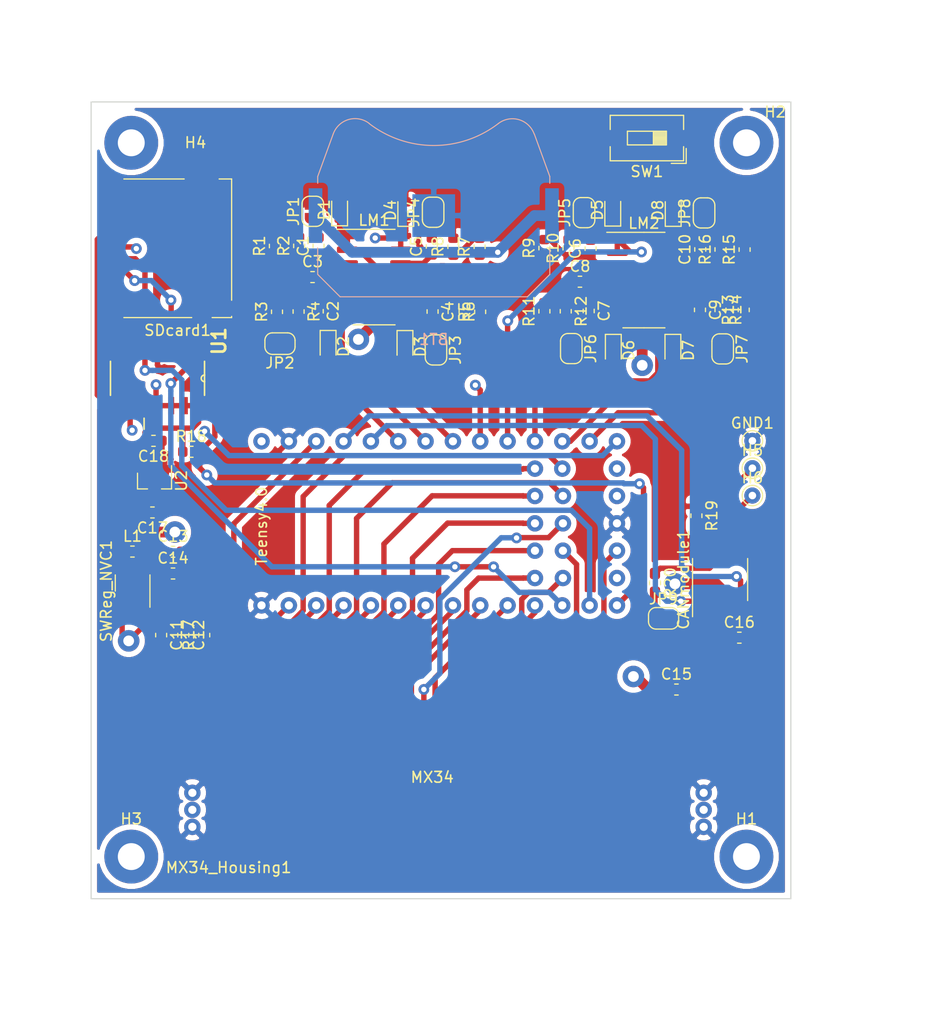
<source format=kicad_pcb>
(kicad_pcb (version 20171130) (host pcbnew "(5.1.4)-1")
  (layers (0 Front_GND signal) (1 Front_2_5V signal) (2 Back_2_3V3 signal) (31 Back_GND signal) (34 B.Paste user) (35 F.Paste user) (36 B.SilkS user) (37 F.SilkS user) (38 B.Mask user) (39 F.Mask user) (44 Edge.Cuts user))
  (net 0 "")
  (net 1 Ground)
  (net 2 VBAT)
  (net 3 ON_OFF)
  (net 4 23_CRX1)
  (net 5 Vinn_5V)
  (net 6 22_CTX1)
  (net 7 3V3)
  (net 8 "13(LED)")
  (net 9 12_MISO)
  (net 10 11_MOSI)
  (net 11 10_CS)
  (net 12 IN1+)
  (net 13 IN2+)
  (net 14 IN3+)
  (net 15 IN4+)
  (net 16 Out1)
  (net 17 Out2)
  (net 18 Out3)
  (net 19 Out4)
  (net 20 12V_IN)
  (net 21 33_MCLK2)
  (net 22 32_OUT1B)
  (net 23 31_CTX3)
  (net 24 30_CRX3)
  (net 25 29_TX7)
  (net 26 28_RX7)
  (net 27 27_A13)
  (net 28 26_A12)
  (net 29 25_A11)
  (net 30 24_A10)
  (net 31 9_OUT1C)
  (net 32 8_IN1)
  (net 33 7_RX2_OUT1A)
  (net 34 6_OUT1D)
  (net 35 5_IN2)
  (net 36 4_BCLK2)
  (net 37 3_LRCLK2)
  (net 38 2_OUT2)
  (net 39 1_TX1)
  (net 40 0_RX1)
  (net 41 Sensor_Input_1)
  (net 42 Sensor_Input_2)
  (net 43 Sensor_Input_3)
  (net 44 Sensor_Input_4)
  (net 45 "Net-(CANmodule1-Pad8)")
  (net 46 "Net-(CANmodule1-Pad7)")
  (net 47 "Net-(CANmodule1-Pad6)")
  (net 48 "Net-(L1-Pad1)")
  (net 49 "Net-(C1-Pad2)")
  (net 50 "Net-(C2-Pad2)")
  (net 51 "Net-(C4-Pad2)")
  (net 52 "Net-(C5-Pad2)")
  (net 53 "Net-(C10-Pad2)")
  (net 54 "Net-(C6-Pad2)")
  (net 55 IN5+)
  (net 56 "Net-(C7-Pad2)")
  (net 57 IN6+)
  (net 58 "Net-(C9-Pad2)")
  (net 59 IN7+)
  (net 60 IN8+)
  (net 61 3V3_SD)
  (net 62 Out5)
  (net 63 Out6)
  (net 64 Out7)
  (net 65 Out8)
  (net 66 "Net-(JP9-Pad1)")
  (net 67 "Net-(R17-Pad2)")
  (net 68 CS_3.3V)
  (net 69 MOSI_3.3V)
  (net 70 SCLK_3.3V)
  (net 71 Sensor_Input_5)
  (net 72 Sensor_Input_6)
  (net 73 Sensor_Input_7)
  (net 74 Sensor_Input_8)
  (net 75 3.3V)
  (module SamacSys_Parts:SOIC127P600X175-14N (layer Front_GND) (at 116.73586 97.31248 270)
    (fp_text reference U1 (at -3.4544 -5.715 90) (layer F.SilkS) (effects (font (size 1.27 1.27) (thickness 0.254))))
    (fp_text value 74LCX125M hide)
    (pad 14 smd rect (at 2.54 -3.81) (size 0.5588 1.6002) (layers Front_GND F.Paste F.Mask) (net 61 3V3_SD))
    (pad 13 smd rect (at 2.54 -2.54) (size 0.5588 1.6002) (layers Front_GND F.Paste F.Mask) (net 61 3V3_SD))
    (pad 12 smd rect (at 2.54 -1.27) (size 0.5588 1.6002) (layers Front_GND F.Paste F.Mask) (net 61 3V3_SD))
    (pad 11 smd rect (at 2.54 0) (size 0.5588 1.6002) (layers Front_GND F.Paste F.Mask) (net 61 3V3_SD))
    (pad 10 smd rect (at 2.54 1.27) (size 0.5588 1.6002) (layers Front_GND F.Paste F.Mask) (net 1 Ground))
    (pad 9 smd rect (at 2.54 2.54) (size 0.5588 1.6002) (layers Front_GND F.Paste F.Mask) (net 8 "13(LED)"))
    (pad 8 smd rect (at 2.54 3.81) (size 0.5588 1.6002) (layers Front_GND F.Paste F.Mask) (net 70 SCLK_3.3V))
    (pad 7 smd rect (at -2.54 3.81) (size 0.5588 1.6002) (layers Front_GND F.Paste F.Mask) (net 1 Ground))
    (pad 6 smd rect (at -2.54 2.54) (size 0.5588 1.6002) (layers Front_GND F.Paste F.Mask) (net 69 MOSI_3.3V))
    (pad 5 smd rect (at -2.54 1.27) (size 0.5588 1.6002) (layers Front_GND F.Paste F.Mask) (net 10 11_MOSI))
    (pad 4 smd rect (at -2.54 0) (size 0.5588 1.6002) (layers Front_GND F.Paste F.Mask) (net 1 Ground))
    (pad 3 smd rect (at -2.54 -1.27) (size 0.5588 1.6002) (layers Front_GND F.Paste F.Mask) (net 68 CS_3.3V))
    (pad 2 smd rect (at -2.54 -2.54) (size 0.5588 1.6002) (layers Front_GND F.Paste F.Mask) (net 11 10_CS))
    (pad 1 smd rect (at -2.54 -3.81) (size 0.5588 1.6002) (layers Front_GND F.Paste F.Mask) (net 1 Ground))
  )
  (module Teensy_Footprint_Library:Connector_MX34_36pins (layer Front_GND) (at 133.9858 139.74826)
    (fp_text reference MX34 (at 8.27094 -5.3848) (layer F.SilkS))
    (fp_text value MX34_36_pins)
    (pad 20 smd rect (at -10.16 -10.16) (size 0.7 4.8) (layers Front_GND F.Paste F.Mask) (net 75 3.3V))
    (pad 1 smd rect (at -9.06 -10.16) (size 0.7 4.8) (layers Front_GND F.Paste F.Mask) (net 40 0_RX1))
    (pad 22 smd rect (at -7.96 -10.16) (size 0.7 4.8) (layers Front_GND F.Paste F.Mask) (net 26 28_RX7))
    (pad 3 smd rect (at -6.86 -10.16) (size 0.7 4.8) (layers Front_GND F.Paste F.Mask) (net 39 1_TX1))
    (pad 24 smd rect (at -5.76 -10.16) (size 0.7 4.8) (layers Front_GND F.Paste F.Mask) (net 21 33_MCLK2))
    (pad 5 smd rect (at -4.66 -10.16) (size 0.7 4.8) (layers Front_GND F.Paste F.Mask) (net 38 2_OUT2))
    (pad 43 smd rect (at -3.56 -10.16) (size 0.7 4.8) (layers Front_GND F.Paste F.Mask) (net 27 27_A13))
    (pad 7 smd rect (at -2.46 -10.16) (size 0.7 4.8) (layers Front_GND F.Paste F.Mask) (net 37 3_LRCLK2))
    (pad 38 smd rect (at -1.36 -10.16) (size 0.7 4.8) (layers Front_GND F.Paste F.Mask) (net 22 32_OUT1B))
    (pad 9 smd rect (at -0.26 -10.16) (size 0.7 4.8) (layers Front_GND F.Paste F.Mask) (net 36 4_BCLK2))
    (pad 42 smd rect (at 0.84 -10.16) (size 0.7 4.8) (layers Front_GND F.Paste F.Mask) (net 23 31_CTX3))
    (pad 11 smd rect (at 1.94 -10.16) (size 0.7 4.8) (layers Front_GND F.Paste F.Mask) (net 35 5_IN2))
    (pad 37 smd rect (at 3.04 -10.16) (size 0.7 4.8) (layers Front_GND F.Paste F.Mask) (net 24 30_CRX3))
    (pad 13 smd rect (at 4.14 -10.16) (size 0.7 4.8) (layers Front_GND F.Paste F.Mask) (net 34 6_OUT1D))
    (pad 41 smd rect (at 5.24 -10.16) (size 0.7 4.8) (layers Front_GND F.Paste F.Mask) (net 25 29_TX7))
    (pad 15 smd rect (at 6.34 -10.16) (size 0.7 4.8) (layers Front_GND F.Paste F.Mask) (net 33 7_RX2_OUT1A))
    (pad 36 smd rect (at 7.44 -10.16) (size 0.7 4.8) (layers Front_GND F.Paste F.Mask) (net 28 26_A12))
    (pad 17 smd rect (at 8.54 -10.16) (size 0.7 4.8) (layers Front_GND F.Paste F.Mask) (net 32 8_IN1))
    (pad 40 smd rect (at 9.64 -10.16) (size 0.7 4.8) (layers Front_GND F.Paste F.Mask) (net 30 24_A10))
    (pad 19 smd rect (at 10.74 -10.16) (size 0.7 4.8) (layers Front_GND F.Paste F.Mask) (net 31 9_OUT1C))
    (pad 39 smd rect (at 11.84 -10.16) (size 0.7 4.8) (layers Front_GND F.Paste F.Mask) (net 29 25_A11))
    (pad 21 smd rect (at 12.94 -10.16) (size 0.7 4.8) (layers Front_GND F.Paste F.Mask) (net 7 3V3))
    (pad 34 smd rect (at 14.04 -10.16) (size 0.7 4.8) (layers Front_GND F.Paste F.Mask) (net 1 Ground))
    (pad 35 smd rect (at 15.14 -10.16) (size 0.7 4.8) (layers Front_GND F.Paste F.Mask) (net 1 Ground))
    (pad 26 smd rect (at 16.24 -10.16) (size 0.7 4.8) (layers Front_GND F.Paste F.Mask) (net 1 Ground))
    (pad 30 smd rect (at 17.34 -10.16) (size 0.7 4.8) (layers Front_GND F.Paste F.Mask) (net 1 Ground))
    (pad 44 smd rect (at 18.44 -10.16) (size 0.7 4.8) (layers Front_GND F.Paste F.Mask) (net 41 Sensor_Input_1))
    (pad 45 smd rect (at 19.54 -10.16) (size 0.7 4.8) (layers Front_GND F.Paste F.Mask) (net 42 Sensor_Input_2))
    (pad 46 smd rect (at 20.64 -10.16) (size 0.7 4.8) (layers Front_GND F.Paste F.Mask) (net 43 Sensor_Input_3))
    (pad 47 smd rect (at 21.74 -10.16) (size 0.7 4.8) (layers Front_GND F.Paste F.Mask) (net 44 Sensor_Input_4))
    (pad 48 smd rect (at 22.84 -10.16) (size 0.7 4.8) (layers Front_GND F.Paste F.Mask) (net 71 Sensor_Input_5))
    (pad 49 smd rect (at 23.94 -10.16) (size 0.7 4.8) (layers Front_GND F.Paste F.Mask) (net 72 Sensor_Input_6))
    (pad 50 smd rect (at 25.04 -10.16) (size 0.7 4.8) (layers Front_GND F.Paste F.Mask) (net 73 Sensor_Input_7))
    (pad 51 smd rect (at 26.14 -10.16) (size 0.7 4.8) (layers Front_GND F.Paste F.Mask) (net 74 Sensor_Input_8))
    (pad GND smd rect (at 27.24 -10.16) (size 0.7 4.8) (layers Front_GND F.Paste F.Mask) (net 1 Ground))
    (pad 52 smd rect (at 28.34 -10.16) (size 0.7 4.8) (layers Front_GND F.Paste F.Mask) (net 20 12V_IN))
  )
  (module MountingHole:MountingHole_2.5mm_Pad (layer Front_GND) (at 114.3 75.438)
    (fp_text reference H4 (at 5.96138 -0.0127) (layer F.SilkS))
    (fp_text value MountingHole)
    (pad 1 thru_hole circle (at 0 0) (size 5 5) (drill 2.5) (layers *.Cu *.Mask))
  )
  (module Package_TO_SOT_SMD:SOT-23 (layer Front_GND) (at 116.459 106.823 270)
    (fp_text reference U2 (at 0 -2.5 90) (layer F.SilkS))
    (fp_text value MCP1700_SOT23)
    (pad 3 smd rect (at 1 0 270) (size 0.9 0.8) (layers Front_GND F.Paste F.Mask) (net 5 Vinn_5V))
    (pad 2 smd rect (at -1 0.95 270) (size 0.9 0.8) (layers Front_GND F.Paste F.Mask) (net 61 3V3_SD))
    (pad 1 smd rect (at -1 -0.95 270) (size 0.9 0.8) (layers Front_GND F.Paste F.Mask) (net 1 Ground))
  )
  (module Teensy_Footprint_Library:Teensy_40_footprint (layer Front_GND) (at 126.4 118.4 90)
    (fp_text reference Teensy4.0 (at 7.366 0 90) (layer F.SilkS))
    (fp_text value Teensy_pins)
    (pad 43 thru_hole circle (at 12.7 25.4 90) (size 1.524 1.524) (drill 0.762) (layers *.Cu *.Mask) (net 21 33_MCLK2))
    (pad 42 thru_hole circle (at 10.16 25.4 90) (size 1.524 1.524) (drill 0.762) (layers *.Cu *.Mask) (net 22 32_OUT1B))
    (pad 41 thru_hole circle (at 7.62 25.4 90) (size 1.524 1.524) (drill 0.762) (layers *.Cu *.Mask) (net 23 31_CTX3))
    (pad 40 thru_hole circle (at 5.08 25.4 90) (size 1.524 1.524) (drill 0.762) (layers *.Cu *.Mask) (net 24 30_CRX3))
    (pad 39 thru_hole circle (at 2.54 25.4 90) (size 1.524 1.524) (drill 0.762) (layers *.Cu *.Mask) (net 25 29_TX7))
    (pad 38 thru_hole circle (at 12.7 27.94 90) (size 1.524 1.524) (drill 0.762) (layers *.Cu *.Mask) (net 26 28_RX7))
    (pad 37 thru_hole circle (at 10.16 28 90) (size 1.524 1.524) (drill 0.762) (layers *.Cu *.Mask) (net 27 27_A13))
    (pad 36 thru_hole circle (at 7.62 28 90) (size 1.524 1.524) (drill 0.762) (layers *.Cu *.Mask) (net 28 26_A12))
    (pad 35 thru_hole circle (at 5.08 28 90) (size 1.524 1.524) (drill 0.762) (layers *.Cu *.Mask) (net 29 25_A11))
    (pad 34 thru_hole circle (at 2.54 28 90) (size 1.524 1.524) (drill 0.762) (layers *.Cu *.Mask) (net 30 24_A10))
    (pad 33 thru_hole circle (at 12.7 33.02 90) (size 1.524 1.524) (drill 0.762) (layers *.Cu *.Mask) (net 3 ON_OFF))
    (pad 32 thru_hole circle (at 10.16 33.02 90) (size 1.524 1.524) (drill 0.762) (layers *.Cu *.Mask))
    (pad 31 thru_hole circle (at 7.62 33.02 90) (size 1.524 1.524) (drill 0.762) (layers *.Cu *.Mask) (net 1 Ground))
    (pad 30 thru_hole circle (at 5.08 33.02 90) (size 1.524 1.524) (drill 0.762) (layers *.Cu *.Mask) (net 7 3V3))
    (pad 29 thru_hole circle (at 2.54 33.02 90) (size 1.524 1.524) (drill 0.762) (layers *.Cu *.Mask) (net 2 VBAT))
    (pad 28 thru_hole circle (at 15.24 33.02 90) (size 1.524 1.524) (drill 0.762) (layers *.Cu *.Mask) (net 8 "13(LED)"))
    (pad 27 thru_hole circle (at 0 33.02 90) (size 1.524 1.524) (drill 0.762) (layers *.Cu *.Mask) (net 9 12_MISO))
    (pad 26 thru_hole circle (at 15.24 30.48 90) (size 1.524 1.524) (drill 0.762) (layers *.Cu *.Mask) (net 64 Out7))
    (pad 25 thru_hole circle (at 0 30.48 90) (size 1.524 1.524) (drill 0.762) (layers *.Cu *.Mask) (net 10 11_MOSI))
    (pad 24 thru_hole circle (at 15.24 27.94 90) (size 1.524 1.524) (drill 0.762) (layers *.Cu *.Mask) (net 65 Out8))
    (pad 23 thru_hole circle (at 0 27.94 90) (size 1.524 1.524) (drill 0.762) (layers *.Cu *.Mask) (net 11 10_CS))
    (pad 22 thru_hole circle (at 15.24 25.4 90) (size 1.524 1.524) (drill 0.762) (layers *.Cu *.Mask) (net 63 Out6))
    (pad 21 thru_hole circle (at 0 25.4 90) (size 1.524 1.524) (drill 0.762) (layers *.Cu *.Mask) (net 31 9_OUT1C))
    (pad 20 thru_hole circle (at 15.24 22.86 90) (size 1.524 1.524) (drill 0.762) (layers *.Cu *.Mask) (net 62 Out5))
    (pad 19 thru_hole circle (at 0 22.86 90) (size 1.524 1.524) (drill 0.762) (layers *.Cu *.Mask) (net 32 8_IN1))
    (pad 18 thru_hole circle (at 15.24 20.32 90) (size 1.524 1.524) (drill 0.762) (layers *.Cu *.Mask) (net 19 Out4))
    (pad 17 thru_hole circle (at 0 20.32 90) (size 1.524 1.524) (drill 0.762) (layers *.Cu *.Mask) (net 33 7_RX2_OUT1A))
    (pad 16 thru_hole circle (at 15.24 17.78 90) (size 1.524 1.524) (drill 0.762) (layers *.Cu *.Mask) (net 18 Out3))
    (pad 15 thru_hole circle (at 0 17.78 90) (size 1.524 1.524) (drill 0.762) (layers *.Cu *.Mask) (net 34 6_OUT1D))
    (pad 14 thru_hole circle (at 15.24 15.24 90) (size 1.524 1.524) (drill 0.762) (layers *.Cu *.Mask) (net 16 Out1))
    (pad 13 thru_hole circle (at 0 15.24 90) (size 1.524 1.524) (drill 0.762) (layers *.Cu *.Mask) (net 35 5_IN2))
    (pad 12 thru_hole circle (at 15.24 12.7 90) (size 1.524 1.524) (drill 0.762) (layers *.Cu *.Mask) (net 17 Out2))
    (pad 11 thru_hole circle (at 0 12.7 90) (size 1.524 1.524) (drill 0.762) (layers *.Cu *.Mask) (net 36 4_BCLK2))
    (pad 10 thru_hole circle (at 15.24 10.16 90) (size 1.524 1.524) (drill 0.762) (layers *.Cu *.Mask) (net 6 22_CTX1))
    (pad 9 thru_hole circle (at 0 10.16 90) (size 1.524 1.524) (drill 0.762) (layers *.Cu *.Mask) (net 37 3_LRCLK2))
    (pad 8 thru_hole circle (at 15.24 7.62 90) (size 1.524 1.524) (drill 0.762) (layers *.Cu *.Mask) (net 4 23_CRX1))
    (pad 7 thru_hole circle (at 0 7.62 90) (size 1.524 1.524) (drill 0.762) (layers *.Cu *.Mask) (net 38 2_OUT2))
    (pad 6 thru_hole circle (at 15.24 5.08 90) (size 1.524 1.524) (drill 0.762) (layers *.Cu *.Mask) (net 75 3.3V))
    (pad 5 thru_hole circle (at 0 5.08 90) (size 1.524 1.524) (drill 0.762) (layers *.Cu *.Mask) (net 39 1_TX1))
    (pad 4 thru_hole circle (at 15.24 2.54 90) (size 1.524 1.524) (drill 0.762) (layers *.Cu *.Mask) (net 1 Ground))
    (pad 3 thru_hole circle (at 0 2.54 90) (size 1.524 1.524) (drill 0.762) (layers *.Cu *.Mask) (net 40 0_RX1))
    (pad 2 thru_hole circle (at 15.24 0 90) (size 1.524 1.524) (drill 0.762) (layers *.Cu *.Mask) (net 5 Vinn_5V))
    (pad 1 thru_hole circle (at 0 0 90) (size 1.524 1.524) (drill 0.762) (layers *.Cu *.Mask) (net 1 Ground))
  )
  (module Package_DFN_QFN:DFN-8-1EP_3x3mm_P0.65mm_EP1.7x2.05mm (layer Front_GND) (at 114.42506 117.071 90)
    (fp_text reference SWReg_NVC1 (at 0 -2.45 90) (layer F.SilkS))
    (fp_text value NCV890430MW50TXG)
    (pad 8 smd roundrect (at 1.45 -0.975 90) (size 0.8 0.3) (layers Front_GND F.Paste F.Mask) (net 48 "Net-(L1-Pad1)"))
    (pad 7 smd roundrect (at 1.45 -0.325 90) (size 0.8 0.3) (layers Front_GND F.Paste F.Mask) (net 1 Ground))
    (pad 6 smd roundrect (at 1.45 0.325 90) (size 0.8 0.3) (layers Front_GND F.Paste F.Mask))
    (pad 5 smd roundrect (at 1.45 0.975 90) (size 0.8 0.3) (layers Front_GND F.Paste F.Mask) (net 5 Vinn_5V))
    (pad 4 smd roundrect (at -1.45 0.975 90) (size 0.8 0.3) (layers Front_GND F.Paste F.Mask) (net 67 "Net-(R17-Pad2)"))
    (pad 3 smd roundrect (at -1.45 0.325 90) (size 0.8 0.3) (layers Front_GND F.Paste F.Mask) (net 1 Ground))
    (pad 2 smd roundrect (at -1.45 -0.325 90) (size 0.8 0.3) (layers Front_GND F.Paste F.Mask))
    (pad 1 smd roundrect (at -1.45 -0.975 90) (size 0.8 0.3) (layers Front_GND F.Paste F.Mask) (net 20 12V_IN))
    (pad 9 smd roundrect (at 0 0 90) (size 1.7 2.05) (layers Front_GND F.Mask) (roundrect_rratio 0.147059) (net 1 Ground))
  )
  (module Button_Switch_SMD:SW_DIP_SPSTx01_Slide_6.7x4.1mm_W6.73mm_P2.54mm_LowProfile_JPin (layer Front_GND) (at 162.2 75 180)
    (fp_text reference SW1 (at 0 -3.11) (layer F.SilkS))
    (fp_text value SW_SPST)
    (pad 2 smd rect (at 3.365 0 180) (size 2.16 1.12) (layers Front_GND F.Paste F.Mask) (net 3 ON_OFF))
    (pad 1 smd rect (at -3.365 0 180) (size 2.16 1.12) (layers Front_GND F.Paste F.Mask) (net 1 Ground))
  )
  (module Connector_Card:microSD_HC_Hirose_DM3D-SF (layer Front_GND) (at 117.83822 85.23478 270)
    (fp_text reference SDcard1 (at 7.62 -0.762 180) (layer F.SilkS))
    (fp_text value Micro_SD_Card)
    (pad 10 smd rect (at 5.575 -5.45 270) (size 1 1.55) (layers Front_GND F.Paste F.Mask))
    (pad 11 smd rect (at 5.625 5.225 270) (size 1.5 1.5) (layers Front_GND F.Paste F.Mask))
    (pad 1 smd rect (at 3.175 5.35 270) (size 0.7 1.75) (layers Front_GND F.Paste F.Mask))
    (pad 2 smd rect (at 2.075 5.35 270) (size 0.7 1.75) (layers Front_GND F.Paste F.Mask) (net 68 CS_3.3V))
    (pad 3 smd rect (at 0.975 5.35 270) (size 0.7 1.75) (layers Front_GND F.Paste F.Mask) (net 69 MOSI_3.3V))
    (pad 4 smd rect (at -0.125 5.35 270) (size 0.7 1.75) (layers Front_GND F.Paste F.Mask) (net 61 3V3_SD))
    (pad 5 smd rect (at -1.225 5.35 270) (size 0.7 1.75) (layers Front_GND F.Paste F.Mask) (net 70 SCLK_3.3V))
    (pad 6 smd rect (at -2.325 5.35 270) (size 0.7 1.75) (layers Front_GND F.Paste F.Mask) (net 1 Ground))
    (pad 7 smd rect (at -3.425 5.35 270) (size 0.7 1.75) (layers Front_GND F.Paste F.Mask) (net 9 12_MISO))
    (pad 11 smd rect (at 5.975 -3.025 270) (size 0.8 1.4) (layers Front_GND F.Paste F.Mask))
    (pad 9 smd rect (at -5.65 -3.875 270) (size 1.45 1) (layers Front_GND F.Paste F.Mask) (net 1 Ground))
    (pad 11 smd rect (at -5.975 -2.375 270) (size 0.8 1.5) (layers Front_GND F.Paste F.Mask))
    (pad 11 smd rect (at -5.725 5.225 270) (size 1.3 1.5) (layers Front_GND F.Paste F.Mask))
    (pad 8 smd rect (at -4.525 5.35 270) (size 0.7 1.75) (layers Front_GND F.Paste F.Mask))
  )
  (module Resistor_SMD:R_0603_1608Metric_Pad1.05x0.95mm_HandSolder (layer Front_GND) (at 162.95116 116.31298 270)
    (fp_text reference R20 (at 0 -1.43 90) (layer F.SilkS))
    (fp_text value 120)
    (pad 2 smd roundrect (at 0.875 0 270) (size 1.05 0.95) (layers Front_GND F.Paste F.Mask) (net 66 "Net-(JP9-Pad1)"))
    (pad 1 smd roundrect (at -0.875 0 270) (size 1.05 0.95) (layers Front_GND F.Paste F.Mask) (net 46 "Net-(CANmodule1-Pad7)"))
  )
  (module Resistor_SMD:R_0603_1608Metric_Pad1.05x0.95mm_HandSolder (layer Front_GND) (at 166.8 110.075 270)
    (fp_text reference R19 (at 0 -1.43 90) (layer F.SilkS))
    (fp_text value 60)
    (pad 2 smd roundrect (at 0.875 0 270) (size 1.05 0.95) (layers Front_GND F.Paste F.Mask) (net 45 "Net-(CANmodule1-Pad8)"))
    (pad 1 smd roundrect (at -0.875 0 270) (size 1.05 0.95) (layers Front_GND F.Paste F.Mask) (net 1 Ground))
  )
  (module Resistor_SMD:R_0603_1608Metric (layer Front_GND) (at 119.8754 104.13492)
    (fp_text reference R18 (at 0 -1.43) (layer F.SilkS))
    (fp_text value 10k)
    (pad 2 smd roundrect (at 0.7875 0) (size 0.875 0.95) (layers Front_GND F.Paste F.Mask) (net 9 12_MISO))
    (pad 1 smd roundrect (at -0.7875 0) (size 0.875 0.95) (layers Front_GND F.Paste F.Mask) (net 61 3V3_SD))
  )
  (module Resistor_SMD:R_0603_1608Metric (layer Front_GND) (at 121.07926 121.16064 90)
    (fp_text reference R17 (at 0 -1.43 90) (layer F.SilkS))
    (fp_text value 10k)
    (pad 2 smd roundrect (at 0.7875 0 90) (size 0.875 0.95) (layers Front_GND F.Paste F.Mask) (net 67 "Net-(R17-Pad2)"))
    (pad 1 smd roundrect (at -0.7875 0 90) (size 0.875 0.95) (layers Front_GND F.Paste F.Mask) (net 20 12V_IN))
  )
  (module Resistor_SMD:R_0603_1608Metric (layer Front_GND) (at 169.037 85.3441 90)
    (fp_text reference R16 (at 0 -1.43 90) (layer F.SilkS))
    (fp_text value 20k)
    (pad 2 smd roundrect (at 0.7875 0 90) (size 0.875 0.95) (layers Front_GND F.Paste F.Mask) (net 1 Ground))
    (pad 1 smd roundrect (at -0.7875 0 90) (size 0.875 0.95) (layers Front_GND F.Paste F.Mask) (net 60 IN8+))
  )
  (module Resistor_SMD:R_0603_1608Metric (layer Front_GND) (at 171.27728 85.35406 90)
    (fp_text reference R15 (at 0 -1.43 90) (layer F.SilkS))
    (fp_text value 10k)
    (pad 2 smd roundrect (at 0.7875 0 90) (size 0.875 0.95) (layers Front_GND F.Paste F.Mask) (net 60 IN8+))
    (pad 1 smd roundrect (at -0.7875 0 90) (size 0.875 0.95) (layers Front_GND F.Paste F.Mask) (net 74 Sensor_Input_8))
  )
  (module Resistor_SMD:R_0603_1608Metric (layer Front_GND) (at 169.037 90.9574 270)
    (fp_text reference R14 (at 0 -1.43 90) (layer F.SilkS))
    (fp_text value 20k)
    (pad 2 smd roundrect (at 0.7875 0 270) (size 0.875 0.95) (layers Front_GND F.Paste F.Mask) (net 1 Ground))
    (pad 1 smd roundrect (at -0.7875 0 270) (size 0.875 0.95) (layers Front_GND F.Paste F.Mask) (net 59 IN7+))
  )
  (module Resistor_SMD:R_0603_1608Metric (layer Front_GND) (at 171.196 90.9575 90)
    (fp_text reference R13 (at 0 -1.43 90) (layer F.SilkS))
    (fp_text value 10k)
    (pad 2 smd roundrect (at 0.7875 0 90) (size 0.875 0.95) (layers Front_GND F.Paste F.Mask) (net 59 IN7+))
    (pad 1 smd roundrect (at -0.7875 0 90) (size 0.875 0.95) (layers Front_GND F.Paste F.Mask) (net 73 Sensor_Input_7))
  )
  (module Resistor_SMD:R_0603_1608Metric (layer Front_GND) (at 154.6606 91.0843 270)
    (fp_text reference R12 (at 0 -1.43 90) (layer F.SilkS))
    (fp_text value 20k)
    (pad 2 smd roundrect (at 0.7875 0 270) (size 0.875 0.95) (layers Front_GND F.Paste F.Mask) (net 1 Ground))
    (pad 1 smd roundrect (at -0.7875 0 270) (size 0.875 0.95) (layers Front_GND F.Paste F.Mask) (net 57 IN6+))
  )
  (module Resistor_SMD:R_0603_1608Metric (layer Front_GND) (at 152.6794 91.0845 90)
    (fp_text reference R11 (at 0 -1.43 90) (layer F.SilkS))
    (fp_text value 10k)
    (pad 2 smd roundrect (at 0.7875 0 90) (size 0.875 0.95) (layers Front_GND F.Paste F.Mask) (net 57 IN6+))
    (pad 1 smd roundrect (at -0.7875 0 90) (size 0.875 0.95) (layers Front_GND F.Paste F.Mask) (net 72 Sensor_Input_6))
  )
  (module Resistor_SMD:R_0603_1608Metric (layer Front_GND) (at 154.91714 85.22706 90)
    (fp_text reference R10 (at 0 -1.43 90) (layer F.SilkS))
    (fp_text value 20k)
    (pad 2 smd roundrect (at 0.7875 0 90) (size 0.875 0.95) (layers Front_GND F.Paste F.Mask) (net 1 Ground))
    (pad 1 smd roundrect (at -0.7875 0 90) (size 0.875 0.95) (layers Front_GND F.Paste F.Mask) (net 55 IN5+))
  )
  (module Resistor_SMD:R_0603_1608Metric (layer Front_GND) (at 152.6794 85.2171 90)
    (fp_text reference R9 (at 0 -1.43 90) (layer F.SilkS))
    (fp_text value 10k)
    (pad 2 smd roundrect (at 0.7875 0 90) (size 0.875 0.95) (layers Front_GND F.Paste F.Mask) (net 55 IN5+))
    (pad 1 smd roundrect (at -0.7875 0 90) (size 0.875 0.95) (layers Front_GND F.Paste F.Mask) (net 71 Sensor_Input_5))
  )
  (module Resistor_SMD:R_0603_1608Metric (layer Front_GND) (at 144.2212 85.0899 90)
    (fp_text reference R8 (at 0 -1.43 90) (layer F.SilkS))
    (fp_text value 20k)
    (pad 2 smd roundrect (at 0.7875 0 90) (size 0.875 0.95) (layers Front_GND F.Paste F.Mask) (net 1 Ground))
    (pad 1 smd roundrect (at -0.7875 0 90) (size 0.875 0.95) (layers Front_GND F.Paste F.Mask) (net 15 IN4+))
  )
  (module Resistor_SMD:R_0603_1608Metric (layer Front_GND) (at 146.6596 85.0899 90)
    (fp_text reference R7 (at 0 -1.43 90) (layer F.SilkS))
    (fp_text value 10k)
    (pad 2 smd roundrect (at 0.7875 0 90) (size 0.875 0.95) (layers Front_GND F.Paste F.Mask) (net 15 IN4+))
    (pad 1 smd roundrect (at -0.7875 0 90) (size 0.875 0.95) (layers Front_GND F.Paste F.Mask) (net 44 Sensor_Input_4))
  )
  (module Resistor_SMD:R_0603_1608Metric (layer Front_GND) (at 144.2466 91.1353 270)
    (fp_text reference R6 (at 0 -1.43 90) (layer F.SilkS))
    (fp_text value 20k)
    (pad 2 smd roundrect (at 0.7875 0 270) (size 0.875 0.95) (layers Front_GND F.Paste F.Mask) (net 1 Ground))
    (pad 1 smd roundrect (at -0.7875 0 270) (size 0.875 0.95) (layers Front_GND F.Paste F.Mask) (net 14 IN3+))
  )
  (module Resistor_SMD:R_0603_1608Metric (layer Front_GND) (at 146.7104 91.1351 90)
    (fp_text reference R5 (at 0 -1.43 90) (layer F.SilkS))
    (fp_text value 10k)
    (pad 2 smd roundrect (at 0.7875 0 90) (size 0.875 0.95) (layers Front_GND F.Paste F.Mask) (net 14 IN3+))
    (pad 1 smd roundrect (at -0.7875 0 90) (size 0.875 0.95) (layers Front_GND F.Paste F.Mask) (net 43 Sensor_Input_3))
  )
  (module Resistor_SMD:R_0603_1608Metric (layer Front_GND) (at 129.8448 91.1097 270)
    (fp_text reference R4 (at 0 -1.43 90) (layer F.SilkS))
    (fp_text value 20k)
    (pad 2 smd roundrect (at 0.7875 0 270) (size 0.875 0.95) (layers Front_GND F.Paste F.Mask) (net 1 Ground))
    (pad 1 smd roundrect (at -0.7875 0 270) (size 0.875 0.95) (layers Front_GND F.Paste F.Mask) (net 13 IN2+))
  )
  (module Resistor_SMD:R_0603_1608Metric (layer Front_GND) (at 127.8382 91.1353 90)
    (fp_text reference R3 (at 0 -1.43 90) (layer F.SilkS))
    (fp_text value 10k)
    (pad 2 smd roundrect (at 0.7875 0 90) (size 0.875 0.95) (layers Front_GND F.Paste F.Mask) (net 13 IN2+))
    (pad 1 smd roundrect (at -0.7875 0 90) (size 0.875 0.95) (layers Front_GND F.Paste F.Mask) (net 42 Sensor_Input_2))
  )
  (module Resistor_SMD:R_0603_1608Metric (layer Front_GND) (at 129.8956 85.0139 90)
    (fp_text reference R2 (at 0 -1.43 90) (layer F.SilkS))
    (fp_text value 20k)
    (pad 2 smd roundrect (at 0.7875 0 90) (size 0.875 0.95) (layers Front_GND F.Paste F.Mask) (net 1 Ground))
    (pad 1 smd roundrect (at -0.7875 0 90) (size 0.875 0.95) (layers Front_GND F.Paste F.Mask) (net 12 IN1+))
  )
  (module Resistor_SMD:R_0603_1608Metric (layer Front_GND) (at 127.64262 85.02386 90)
    (fp_text reference R1 (at 0 -1.43 90) (layer F.SilkS))
    (fp_text value 10k)
    (pad 2 smd roundrect (at 0.7875 0 90) (size 0.875 0.95) (layers Front_GND F.Paste F.Mask) (net 12 IN1+))
    (pad 1 smd roundrect (at -0.7875 0 90) (size 0.875 0.95) (layers Front_GND F.Paste F.Mask) (net 41 Sensor_Input_1))
  )
  (module Teensy_Footprint_Library:Housing_3pins (layer Front_GND) (at 119.975 146.465)
    (fp_text reference MX34_Housing1 (at 3.36994 -3.717) (layer F.SilkS))
    (fp_text value MX34_Housing)
    (pad 6 thru_hole circle (at 47.5 -7.49674) (size 1.524 1.524) (drill 0.762) (layers *.Cu *.Mask) (net 1 Ground))
    (pad 5 thru_hole circle (at 0 -7.49674) (size 1.524 1.524) (drill 0.762) (layers *.Cu *.Mask) (net 1 Ground))
    (pad 4 thru_hole circle (at 47.5 -9.07674) (size 1.524 1.524) (drill 0.762) (layers *.Cu *.Mask) (net 1 Ground))
    (pad 3 thru_hole circle (at 0 -9.07674) (size 1.524 1.524) (drill 0.762) (layers *.Cu *.Mask) (net 1 Ground))
    (pad 2 thru_hole circle (at 47.5 -10.65674) (size 1.524 1.524) (drill 0.762) (layers *.Cu *.Mask) (net 1 Ground))
    (pad 1 thru_hole circle (at 0 -10.65674) (size 1.524 1.524) (drill 0.762) (layers *.Cu *.Mask) (net 1 Ground))
  )
  (module Package_SO:SOIC-14_3.9x8.7mm_P1.27mm (layer Front_GND) (at 161.925 88.1888)
    (fp_text reference LM2 (at 0 -5.28) (layer F.SilkS))
    (fp_text value LM324DRG3)
    (pad 14 smd roundrect (at 2.475 -3.81) (size 1.95 0.6) (layers Front_GND F.Paste F.Mask) (net 65 Out8))
    (pad 13 smd roundrect (at 2.475 -2.54) (size 1.95 0.6) (layers Front_GND F.Paste F.Mask) (net 65 Out8))
    (pad 12 smd roundrect (at 2.475 -1.27) (size 1.95 0.6) (layers Front_GND F.Paste F.Mask) (net 60 IN8+))
    (pad 11 smd roundrect (at 2.475 0) (size 1.95 0.6) (layers Front_GND F.Paste F.Mask) (net 1 Ground))
    (pad 10 smd roundrect (at 2.475 1.27) (size 1.95 0.6) (layers Front_GND F.Paste F.Mask) (net 59 IN7+))
    (pad 9 smd roundrect (at 2.475 2.54) (size 1.95 0.6) (layers Front_GND F.Paste F.Mask) (net 64 Out7))
    (pad 8 smd roundrect (at 2.475 3.81) (size 1.95 0.6) (layers Front_GND F.Paste F.Mask) (net 64 Out7))
    (pad 7 smd roundrect (at -2.475 3.81) (size 1.95 0.6) (layers Front_GND F.Paste F.Mask) (net 63 Out6))
    (pad 6 smd roundrect (at -2.475 2.54) (size 1.95 0.6) (layers Front_GND F.Paste F.Mask) (net 63 Out6))
    (pad 5 smd roundrect (at -2.475 1.27) (size 1.95 0.6) (layers Front_GND F.Paste F.Mask) (net 57 IN6+))
    (pad 4 smd roundrect (at -2.475 0) (size 1.95 0.6) (layers Front_GND F.Paste F.Mask) (net 5 Vinn_5V))
    (pad 3 smd roundrect (at -2.475 -1.27) (size 1.95 0.6) (layers Front_GND F.Paste F.Mask) (net 55 IN5+))
    (pad 2 smd roundrect (at -2.475 -2.54) (size 1.95 0.6) (layers Front_GND F.Paste F.Mask) (net 62 Out5))
    (pad 1 smd roundrect (at -2.475 -3.81) (size 1.95 0.6) (layers Front_GND F.Paste F.Mask) (net 62 Out5))
  )
  (module Package_SO:SOIC-14_3.9x8.7mm_P1.27mm (layer Front_GND) (at 136.8552 87.9094)
    (fp_text reference LM1 (at 0 -5.28) (layer F.SilkS))
    (fp_text value LM324DRG3)
    (pad 14 smd roundrect (at 2.475 -3.81) (size 1.95 0.6) (layers Front_GND F.Paste F.Mask) (net 19 Out4))
    (pad 13 smd roundrect (at 2.475 -2.54) (size 1.95 0.6) (layers Front_GND F.Paste F.Mask) (net 19 Out4))
    (pad 12 smd roundrect (at 2.475 -1.27) (size 1.95 0.6) (layers Front_GND F.Paste F.Mask) (net 15 IN4+))
    (pad 11 smd roundrect (at 2.475 0) (size 1.95 0.6) (layers Front_GND F.Paste F.Mask) (net 1 Ground))
    (pad 10 smd roundrect (at 2.475 1.27) (size 1.95 0.6) (layers Front_GND F.Paste F.Mask) (net 14 IN3+))
    (pad 9 smd roundrect (at 2.475 2.54) (size 1.95 0.6) (layers Front_GND F.Paste F.Mask) (net 18 Out3))
    (pad 8 smd roundrect (at 2.475 3.81) (size 1.95 0.6) (layers Front_GND F.Paste F.Mask) (net 18 Out3))
    (pad 7 smd roundrect (at -2.475 3.81) (size 1.95 0.6) (layers Front_GND F.Paste F.Mask) (net 17 Out2))
    (pad 6 smd roundrect (at -2.475 2.54) (size 1.95 0.6) (layers Front_GND F.Paste F.Mask) (net 17 Out2))
    (pad 5 smd roundrect (at -2.475 1.27) (size 1.95 0.6) (layers Front_GND F.Paste F.Mask) (net 13 IN2+))
    (pad 4 smd roundrect (at -2.475 0) (size 1.95 0.6) (layers Front_GND F.Paste F.Mask) (net 5 Vinn_5V))
    (pad 3 smd roundrect (at -2.475 -1.27) (size 1.95 0.6) (layers Front_GND F.Paste F.Mask) (net 12 IN1+))
    (pad 2 smd roundrect (at -2.475 -2.54) (size 1.95 0.6) (layers Front_GND F.Paste F.Mask) (net 16 Out1))
    (pad 1 smd roundrect (at -2.475 -3.81) (size 1.95 0.6) (layers Front_GND F.Paste F.Mask) (net 16 Out1))
  )
  (module Inductor_SMD:L_0603_1608Metric (layer Front_GND) (at 114.40912 113.40338)
    (fp_text reference L1 (at 0 -1.43) (layer F.SilkS))
    (fp_text value 2.2u)
    (pad 2 smd roundrect (at 0.7875 0) (size 0.875 0.95) (layers Front_GND F.Paste F.Mask) (net 5 Vinn_5V))
    (pad 1 smd roundrect (at -0.7875 0) (size 0.875 0.95) (layers Front_GND F.Paste F.Mask) (net 48 "Net-(L1-Pad1)"))
  )
  (module Jumper:SolderJumper-2_P1.3mm_Open_RoundedPad1.0x1.5mm (layer Front_GND) (at 163.75 119.6)
    (fp_text reference JP9 (at 0 -1.8) (layer F.SilkS))
    (fp_text value SolderJumper_2_Open)
    (pad 2 smd custom (at 0.65 0) (size 1 0.5) (layers Front_GND F.Mask) (net 47 "Net-(CANmodule1-Pad6)") (options (clearance outline) (anchor rect)) (primitives (gr_circle (center 0 0.25) (end 0.5 0.25) (width 0)) (gr_circle (center 0 -0.25) (end 0.5 -0.25) (width 0)) (gr_poly (pts (xy 0 -0.75) (xy -0.5 -0.75) (xy -0.5 0.75) (xy 0 0.75)) (width 0))))
    (pad 1 smd custom (at -0.65 0) (size 1 0.5) (layers Front_GND F.Mask) (net 66 "Net-(JP9-Pad1)") (options (clearance outline) (anchor rect)) (primitives (gr_circle (center 0 0.25) (end 0.5 0.25) (width 0)) (gr_circle (center 0 -0.25) (end 0.5 -0.25) (width 0)) (gr_poly (pts (xy 0 -0.75) (xy 0.5 -0.75) (xy 0.5 0.75) (xy 0 0.75)) (width 0))))
  )
  (module Jumper:SolderJumper-2_P1.3mm_Open_RoundedPad1.0x1.5mm (layer Front_GND) (at 167.513 81.95 90)
    (fp_text reference JP8 (at 0 -1.8 90) (layer F.SilkS))
    (fp_text value SJ_Open)
    (pad 2 smd custom (at 0.65 0 90) (size 1 0.5) (layers Front_GND F.Mask) (net 1 Ground) (options (clearance outline) (anchor rect)) (primitives (gr_circle (center 0 0.25) (end 0.5 0.25) (width 0)) (gr_circle (center 0 -0.25) (end 0.5 -0.25) (width 0)) (gr_poly (pts (xy 0 -0.75) (xy -0.5 -0.75) (xy -0.5 0.75) (xy 0 0.75)) (width 0))))
    (pad 1 smd custom (at -0.65 0 90) (size 1 0.5) (layers Front_GND F.Mask) (net 53 "Net-(C10-Pad2)") (options (clearance outline) (anchor rect)) (primitives (gr_circle (center 0 0.25) (end 0.5 0.25) (width 0)) (gr_circle (center 0 -0.25) (end 0.5 -0.25) (width 0)) (gr_poly (pts (xy 0 -0.75) (xy 0.5 -0.75) (xy 0.5 0.75) (xy 0 0.75)) (width 0))))
  )
  (module Jumper:SolderJumper-2_P1.3mm_Open_RoundedPad1.0x1.5mm (layer Front_GND) (at 169.2402 94.57968 270)
    (fp_text reference JP7 (at 0 -1.8 90) (layer F.SilkS))
    (fp_text value SJ_Open)
    (pad 2 smd custom (at 0.65 0 270) (size 1 0.5) (layers Front_GND F.Mask) (net 1 Ground) (options (clearance outline) (anchor rect)) (primitives (gr_circle (center 0 0.25) (end 0.5 0.25) (width 0)) (gr_circle (center 0 -0.25) (end 0.5 -0.25) (width 0)) (gr_poly (pts (xy 0 -0.75) (xy -0.5 -0.75) (xy -0.5 0.75) (xy 0 0.75)) (width 0))))
    (pad 1 smd custom (at -0.65 0 270) (size 1 0.5) (layers Front_GND F.Mask) (net 58 "Net-(C9-Pad2)") (options (clearance outline) (anchor rect)) (primitives (gr_circle (center 0 0.25) (end 0.5 0.25) (width 0)) (gr_circle (center 0 -0.25) (end 0.5 -0.25) (width 0)) (gr_poly (pts (xy 0 -0.75) (xy 0.5 -0.75) (xy 0.5 0.75) (xy 0 0.75)) (width 0))))
  )
  (module Jumper:SolderJumper-2_P1.3mm_Open_RoundedPad1.0x1.5mm (layer Front_GND) (at 155.17622 94.5492 270)
    (fp_text reference JP6 (at 0 -1.8 90) (layer F.SilkS))
    (fp_text value SJ_Open)
    (pad 2 smd custom (at 0.65 0 270) (size 1 0.5) (layers Front_GND F.Mask) (net 1 Ground) (options (clearance outline) (anchor rect)) (primitives (gr_circle (center 0 0.25) (end 0.5 0.25) (width 0)) (gr_circle (center 0 -0.25) (end 0.5 -0.25) (width 0)) (gr_poly (pts (xy 0 -0.75) (xy -0.5 -0.75) (xy -0.5 0.75) (xy 0 0.75)) (width 0))))
    (pad 1 smd custom (at -0.65 0 270) (size 1 0.5) (layers Front_GND F.Mask) (net 56 "Net-(C7-Pad2)") (options (clearance outline) (anchor rect)) (primitives (gr_circle (center 0 0.25) (end 0.5 0.25) (width 0)) (gr_circle (center 0 -0.25) (end 0.5 -0.25) (width 0)) (gr_poly (pts (xy 0 -0.75) (xy 0.5 -0.75) (xy 0.5 0.75) (xy 0 0.75)) (width 0))))
  )
  (module Jumper:SolderJumper-2_P1.3mm_Open_RoundedPad1.0x1.5mm (layer Front_GND) (at 156.3624 81.9254 90)
    (fp_text reference JP5 (at 0 -1.8 90) (layer F.SilkS))
    (fp_text value SJ_Open)
    (pad 2 smd custom (at 0.65 0 90) (size 1 0.5) (layers Front_GND F.Mask) (net 1 Ground) (options (clearance outline) (anchor rect)) (primitives (gr_circle (center 0 0.25) (end 0.5 0.25) (width 0)) (gr_circle (center 0 -0.25) (end 0.5 -0.25) (width 0)) (gr_poly (pts (xy 0 -0.75) (xy -0.5 -0.75) (xy -0.5 0.75) (xy 0 0.75)) (width 0))))
    (pad 1 smd custom (at -0.65 0 90) (size 1 0.5) (layers Front_GND F.Mask) (net 54 "Net-(C6-Pad2)") (options (clearance outline) (anchor rect)) (primitives (gr_circle (center 0 0.25) (end 0.5 0.25) (width 0)) (gr_circle (center 0 -0.25) (end 0.5 -0.25) (width 0)) (gr_poly (pts (xy 0 -0.75) (xy 0.5 -0.75) (xy 0.5 0.75) (xy 0 0.75)) (width 0))))
  )
  (module Jumper:SolderJumper-2_P1.3mm_Open_RoundedPad1.0x1.5mm (layer Front_GND) (at 142.3416 81.8896 90)
    (fp_text reference JP4 (at 0 -1.8 90) (layer F.SilkS))
    (fp_text value SJ_Open)
    (pad 2 smd custom (at 0.65 0 90) (size 1 0.5) (layers Front_GND F.Mask) (net 1 Ground) (options (clearance outline) (anchor rect)) (primitives (gr_circle (center 0 0.25) (end 0.5 0.25) (width 0)) (gr_circle (center 0 -0.25) (end 0.5 -0.25) (width 0)) (gr_poly (pts (xy 0 -0.75) (xy -0.5 -0.75) (xy -0.5 0.75) (xy 0 0.75)) (width 0))))
    (pad 1 smd custom (at -0.65 0 90) (size 1 0.5) (layers Front_GND F.Mask) (net 52 "Net-(C5-Pad2)") (options (clearance outline) (anchor rect)) (primitives (gr_circle (center 0 0.25) (end 0.5 0.25) (width 0)) (gr_circle (center 0 -0.25) (end 0.5 -0.25) (width 0)) (gr_poly (pts (xy 0 -0.75) (xy 0.5 -0.75) (xy 0.5 0.75) (xy 0 0.75)) (width 0))))
  )
  (module Jumper:SolderJumper-2_P1.3mm_Open_RoundedPad1.0x1.5mm (layer Front_GND) (at 142.60576 94.67826 270)
    (fp_text reference JP3 (at 0 -1.8 90) (layer F.SilkS))
    (fp_text value SJ_Open)
    (pad 2 smd custom (at 0.65 0 270) (size 1 0.5) (layers Front_GND F.Mask) (net 1 Ground) (options (clearance outline) (anchor rect)) (primitives (gr_circle (center 0 0.25) (end 0.5 0.25) (width 0)) (gr_circle (center 0 -0.25) (end 0.5 -0.25) (width 0)) (gr_poly (pts (xy 0 -0.75) (xy -0.5 -0.75) (xy -0.5 0.75) (xy 0 0.75)) (width 0))))
    (pad 1 smd custom (at -0.65 0 270) (size 1 0.5) (layers Front_GND F.Mask) (net 51 "Net-(C4-Pad2)") (options (clearance outline) (anchor rect)) (primitives (gr_circle (center 0 0.25) (end 0.5 0.25) (width 0)) (gr_circle (center 0 -0.25) (end 0.5 -0.25) (width 0)) (gr_poly (pts (xy 0 -0.75) (xy 0.5 -0.75) (xy 0.5 0.75) (xy 0 0.75)) (width 0))))
  )
  (module Jumper:SolderJumper-2_P1.3mm_Open_RoundedPad1.0x1.5mm (layer Front_GND) (at 128.11482 94.08922 180)
    (fp_text reference JP2 (at 0 -1.8) (layer F.SilkS))
    (fp_text value SJ_Open)
    (pad 2 smd custom (at 0.65 0 180) (size 1 0.5) (layers Front_GND F.Mask) (net 1 Ground) (options (clearance outline) (anchor rect)) (primitives (gr_circle (center 0 0.25) (end 0.5 0.25) (width 0)) (gr_circle (center 0 -0.25) (end 0.5 -0.25) (width 0)) (gr_poly (pts (xy 0 -0.75) (xy -0.5 -0.75) (xy -0.5 0.75) (xy 0 0.75)) (width 0))))
    (pad 1 smd custom (at -0.65 0 180) (size 1 0.5) (layers Front_GND F.Mask) (net 50 "Net-(C2-Pad2)") (options (clearance outline) (anchor rect)) (primitives (gr_circle (center 0 0.25) (end 0.5 0.25) (width 0)) (gr_circle (center 0 -0.25) (end 0.5 -0.25) (width 0)) (gr_poly (pts (xy 0 -0.75) (xy 0.5 -0.75) (xy 0.5 0.75) (xy 0 0.75)) (width 0))))
  )
  (module Jumper:SolderJumper-2_P1.3mm_Open_RoundedPad1.0x1.5mm (layer Front_GND) (at 131.1656 81.803 90)
    (fp_text reference JP1 (at 0 -1.8 90) (layer F.SilkS))
    (fp_text value SJ_Open)
    (pad 2 smd custom (at 0.65 0 90) (size 1 0.5) (layers Front_GND F.Mask) (net 1 Ground) (options (clearance outline) (anchor rect)) (primitives (gr_circle (center 0 0.25) (end 0.5 0.25) (width 0)) (gr_circle (center 0 -0.25) (end 0.5 -0.25) (width 0)) (gr_poly (pts (xy 0 -0.75) (xy -0.5 -0.75) (xy -0.5 0.75) (xy 0 0.75)) (width 0))))
    (pad 1 smd custom (at -0.65 0 90) (size 1 0.5) (layers Front_GND F.Mask) (net 49 "Net-(C1-Pad2)") (options (clearance outline) (anchor rect)) (primitives (gr_circle (center 0 0.25) (end 0.5 0.25) (width 0)) (gr_circle (center 0 -0.25) (end 0.5 -0.25) (width 0)) (gr_poly (pts (xy 0 -0.75) (xy 0.5 -0.75) (xy 0.5 0.75) (xy 0 0.75)) (width 0))))
  )
  (module TestPoint:TestPoint_THTPad_D1.5mm_Drill0.7mm (layer Front_GND) (at 172 108.2)
    (fp_text reference H6 (at 0 -1.648) (layer F.SilkS))
    (fp_text value CANL_out)
    (pad 1 thru_hole circle (at 0 0) (size 1.5 1.5) (drill 0.7) (layers *.Cu *.Mask) (net 47 "Net-(CANmodule1-Pad6)"))
  )
  (module TestPoint:TestPoint_THTPad_D1.5mm_Drill0.7mm (layer Front_GND) (at 172 105.66)
    (fp_text reference H5 (at 0 -1.648) (layer F.SilkS))
    (fp_text value CANH_out)
    (pad 1 thru_hole circle (at 0 0) (size 1.5 1.5) (drill 0.7) (layers *.Cu *.Mask) (net 46 "Net-(CANmodule1-Pad7)"))
  )
  (module MountingHole:MountingHole_2.5mm_Pad (layer Front_GND) (at 114.3 141.732)
    (fp_text reference H3 (at 0 -3.5) (layer F.SilkS))
    (fp_text value MountingHole)
    (pad 1 thru_hole circle (at 0 0) (size 5 5) (drill 2.5) (layers *.Cu *.Mask))
  )
  (module MountingHole:MountingHole_2.5mm_Pad (layer Front_GND) (at 171.45 75.438)
    (fp_text reference H2 (at 2.66446 -2.8575) (layer F.SilkS))
    (fp_text value MountingHole)
    (pad 1 thru_hole circle (at 0 0) (size 5 5) (drill 2.5) (layers *.Cu *.Mask))
  )
  (module MountingHole:MountingHole_2.5mm_Pad (layer Front_GND) (at 171.45 141.732)
    (fp_text reference H1 (at 0 -3.5) (layer F.SilkS))
    (fp_text value GND)
    (pad 1 thru_hole circle (at 0 0) (size 5 5) (drill 2.5) (layers *.Cu *.Mask))
  )
  (module TestPoint:TestPoint_THTPad_D1.5mm_Drill0.7mm (layer Front_GND) (at 172 103.12)
    (fp_text reference GND1 (at 0 -1.648) (layer F.SilkS))
    (fp_text value GND)
    (pad 1 thru_hole circle (at 0 0) (size 1.5 1.5) (drill 0.7) (layers *.Cu *.Mask) (net 1 Ground))
  )
  (module Diode_SMD:D_0603_1608Metric (layer Front_GND) (at 164.6428 81.7117 90)
    (fp_text reference D8 (at 0 -1.43 90) (layer F.SilkS))
    (fp_text value 3V)
    (pad 2 smd roundrect (at 0.7875 0 90) (size 0.875 0.95) (layers Front_GND F.Paste F.Mask) (net 1 Ground))
    (pad 1 smd roundrect (at -0.7875 0 90) (size 0.875 0.95) (layers Front_GND F.Paste F.Mask) (net 65 Out8))
  )
  (module Diode_SMD:D_0603_1608Metric (layer Front_GND) (at 164.6174 94.7167 270)
    (fp_text reference D7 (at 0 -1.43 90) (layer F.SilkS))
    (fp_text value 3V)
    (pad 2 smd roundrect (at 0.7875 0 270) (size 0.875 0.95) (layers Front_GND F.Paste F.Mask) (net 1 Ground))
    (pad 1 smd roundrect (at -0.7875 0 270) (size 0.875 0.95) (layers Front_GND F.Paste F.Mask) (net 64 Out7))
  )
  (module Diode_SMD:D_0603_1608Metric (layer Front_GND) (at 159.0802 94.7165 270)
    (fp_text reference D6 (at 0 -1.43 90) (layer F.SilkS))
    (fp_text value 3V)
    (pad 2 smd roundrect (at 0.7875 0 270) (size 0.875 0.95) (layers Front_GND F.Paste F.Mask) (net 1 Ground))
    (pad 1 smd roundrect (at -0.7875 0 270) (size 0.875 0.95) (layers Front_GND F.Paste F.Mask) (net 63 Out6))
  )
  (module Diode_SMD:D_0603_1608Metric (layer Front_GND) (at 159.0294 81.6865 90)
    (fp_text reference D5 (at 0 -1.43 90) (layer F.SilkS))
    (fp_text value 3V)
    (pad 2 smd roundrect (at 0.7875 0 90) (size 0.875 0.95) (layers Front_GND F.Paste F.Mask) (net 1 Ground))
    (pad 1 smd roundrect (at -0.7875 0 90) (size 0.875 0.95) (layers Front_GND F.Paste F.Mask) (net 62 Out5))
  )
  (module Diode_SMD:D_0603_1608Metric (layer Front_GND) (at 139.8016 81.7117 90)
    (fp_text reference D4 (at 0 -1.43 90) (layer F.SilkS))
    (fp_text value 3V)
    (pad 2 smd roundrect (at 0.7875 0 90) (size 0.875 0.95) (layers Front_GND F.Paste F.Mask) (net 1 Ground))
    (pad 1 smd roundrect (at -0.7875 0 90) (size 0.875 0.95) (layers Front_GND F.Paste F.Mask) (net 19 Out4))
  )
  (module Diode_SMD:D_0603_1608Metric (layer Front_GND) (at 139.7254 94.361 270)
    (fp_text reference D3 (at 0 -1.43 90) (layer F.SilkS))
    (fp_text value 3V)
    (pad 2 smd roundrect (at 0.7875 0 270) (size 0.875 0.95) (layers Front_GND F.Paste F.Mask) (net 1 Ground))
    (pad 1 smd roundrect (at -0.7875 0 270) (size 0.875 0.95) (layers Front_GND F.Paste F.Mask) (net 18 Out3))
  )
  (module Diode_SMD:D_0603_1608Metric (layer Front_GND) (at 132.58292 94.35328 270)
    (fp_text reference D2 (at 0 -1.43 90) (layer F.SilkS))
    (fp_text value 3V)
    (pad 2 smd roundrect (at 0.7875 0 270) (size 0.875 0.95) (layers Front_GND F.Paste F.Mask) (net 1 Ground))
    (pad 1 smd roundrect (at -0.7875 0 270) (size 0.875 0.95) (layers Front_GND F.Paste F.Mask) (net 17 Out2))
  )
  (module Diode_SMD:D_0603_1608Metric (layer Front_GND) (at 133.6548 81.6611 90)
    (fp_text reference D1 (at 0 -1.43 90) (layer F.SilkS))
    (fp_text value 3V)
    (pad 2 smd roundrect (at 0.7875 0 90) (size 0.875 0.95) (layers Front_GND F.Paste F.Mask) (net 1 Ground))
    (pad 1 smd roundrect (at -0.7875 0 90) (size 0.875 0.95) (layers Front_GND F.Paste F.Mask) (net 16 Out1))
  )
  (module Package_SO:SOIC-8_3.9x4.9mm_P1.27mm (layer Front_GND) (at 169 116 90)
    (fp_text reference CANmodule1 (at 0 -3.4 90) (layer F.SilkS))
    (fp_text value MCP2551-I-SN)
    (pad 8 smd roundrect (at 2.475 -1.905 90) (size 1.95 0.6) (layers Front_GND F.Paste F.Mask) (net 45 "Net-(CANmodule1-Pad8)"))
    (pad 7 smd roundrect (at 2.475 -0.635 90) (size 1.95 0.6) (layers Front_GND F.Paste F.Mask) (net 46 "Net-(CANmodule1-Pad7)"))
    (pad 6 smd roundrect (at 2.475 0.635 90) (size 1.95 0.6) (layers Front_GND F.Paste F.Mask) (net 47 "Net-(CANmodule1-Pad6)"))
    (pad 5 smd roundrect (at 2.475 1.905 90) (size 1.95 0.6) (layers Front_GND F.Paste F.Mask))
    (pad 4 smd roundrect (at -2.475 1.905 90) (size 1.95 0.6) (layers Front_GND F.Paste F.Mask) (net 4 23_CRX1))
    (pad 3 smd roundrect (at -2.475 0.635 90) (size 1.95 0.6) (layers Front_GND F.Paste F.Mask) (net 5 Vinn_5V))
    (pad 2 smd roundrect (at -2.475 -0.635 90) (size 1.95 0.6) (layers Front_GND F.Paste F.Mask) (net 1 Ground))
    (pad 1 smd roundrect (at -2.475 -1.905 90) (size 1.95 0.6) (layers Front_GND F.Paste F.Mask) (net 6 22_CTX1))
  )
  (module Capacitor_SMD:C_0603_1608Metric (layer Front_GND) (at 116.36258 103.11892 180)
    (fp_text reference C18 (at 0 -1.43) (layer F.SilkS))
    (fp_text value 100u)
    (pad 2 smd roundrect (at 0.7875 0 180) (size 0.875 0.95) (layers Front_GND F.Paste F.Mask) (net 61 3V3_SD))
    (pad 1 smd roundrect (at -0.7875 0 180) (size 0.875 0.95) (layers Front_GND F.Paste F.Mask) (net 1 Ground))
  )
  (module Capacitor_SMD:C_0603_1608Metric (layer Front_GND) (at 116.26606 109.77118 180)
    (fp_text reference C17 (at 0 -1.43) (layer F.SilkS))
    (fp_text value 100u)
    (pad 2 smd roundrect (at 0.7875 0 180) (size 0.875 0.95) (layers Front_GND F.Paste F.Mask) (net 5 Vinn_5V))
    (pad 1 smd roundrect (at -0.7875 0 180) (size 0.875 0.95) (layers Front_GND F.Paste F.Mask) (net 1 Ground))
  )
  (module Capacitor_SMD:C_0603_1608Metric (layer Front_GND) (at 170.7875 121.4)
    (fp_text reference C16 (at 0 -1.43) (layer F.SilkS))
    (fp_text value 100u)
    (pad 2 smd roundrect (at 0.7875 0) (size 0.875 0.95) (layers Front_GND F.Paste F.Mask) (net 1 Ground))
    (pad 1 smd roundrect (at -0.7875 0) (size 0.875 0.95) (layers Front_GND F.Paste F.Mask) (net 5 Vinn_5V))
  )
  (module Capacitor_SMD:C_0603_1608Metric (layer Front_GND) (at 164.94516 126.21514)
    (fp_text reference C15 (at 0 -1.43) (layer F.SilkS))
    (fp_text value 10u)
    (pad 2 smd roundrect (at 0.7875 0) (size 0.875 0.95) (layers Front_GND F.Paste F.Mask) (net 1 Ground))
    (pad 1 smd roundrect (at -0.7875 0) (size 0.875 0.95) (layers Front_GND F.Paste F.Mask) (net 20 12V_IN))
  )
  (module Capacitor_SMD:C_0603_1608Metric (layer Front_GND) (at 118.17868 115.44046)
    (fp_text reference C14 (at 0 -1.43) (layer F.SilkS))
    (fp_text value 10u)
    (pad 2 smd roundrect (at 0.7875 0) (size 0.875 0.95) (layers Front_GND F.Paste F.Mask) (net 1 Ground))
    (pad 1 smd roundrect (at -0.7875 0) (size 0.875 0.95) (layers Front_GND F.Paste F.Mask) (net 5 Vinn_5V))
  )
  (module Capacitor_SMD:C_0603_1608Metric (layer Front_GND) (at 118.17594 113.41862)
    (fp_text reference C13 (at 0 -1.43) (layer F.SilkS))
    (fp_text value 0.1u)
    (pad 2 smd roundrect (at 0.7875 0) (size 0.875 0.95) (layers Front_GND F.Paste F.Mask) (net 1 Ground))
    (pad 1 smd roundrect (at -0.7875 0) (size 0.875 0.95) (layers Front_GND F.Paste F.Mask) (net 5 Vinn_5V))
  )
  (module Capacitor_SMD:C_0603_1608Metric (layer Front_GND) (at 119.13108 121.16308 270)
    (fp_text reference C12 (at 0 -1.43 90) (layer F.SilkS))
    (fp_text value 0.1u)
    (pad 2 smd roundrect (at 0.7875 0 270) (size 0.875 0.95) (layers Front_GND F.Paste F.Mask) (net 1 Ground))
    (pad 1 smd roundrect (at -0.7875 0 270) (size 0.875 0.95) (layers Front_GND F.Paste F.Mask) (net 20 12V_IN))
  )
  (module Capacitor_SMD:C_0603_1608Metric (layer Front_GND) (at 117.07622 121.16044 270)
    (fp_text reference C11 (at 0 -1.43 90) (layer F.SilkS))
    (fp_text value 10u)
    (pad 2 smd roundrect (at 0.7875 0 270) (size 0.875 0.95) (layers Front_GND F.Paste F.Mask) (net 1 Ground))
    (pad 1 smd roundrect (at -0.7875 0 270) (size 0.875 0.95) (layers Front_GND F.Paste F.Mask) (net 20 12V_IN))
  )
  (module Capacitor_SMD:C_0603_1608Metric (layer Front_GND) (at 167.1574 85.3439 90)
    (fp_text reference C10 (at 0 -1.43 90) (layer F.SilkS))
    (fp_text value 1.5n)
    (pad 2 smd roundrect (at 0.7875 0 90) (size 0.875 0.95) (layers Front_GND F.Paste F.Mask) (net 53 "Net-(C10-Pad2)"))
    (pad 1 smd roundrect (at -0.7875 0 90) (size 0.875 0.95) (layers Front_GND F.Paste F.Mask) (net 60 IN8+))
  )
  (module Capacitor_SMD:C_0603_1608Metric (layer Front_GND) (at 167.132 90.9575 270)
    (fp_text reference C9 (at 0 -1.43 90) (layer F.SilkS))
    (fp_text value 1.5n)
    (pad 2 smd roundrect (at 0.7875 0 270) (size 0.875 0.95) (layers Front_GND F.Paste F.Mask) (net 58 "Net-(C9-Pad2)"))
    (pad 1 smd roundrect (at -0.7875 0 270) (size 0.875 0.95) (layers Front_GND F.Paste F.Mask) (net 59 IN7+))
  )
  (module Capacitor_SMD:C_0603_1608Metric (layer Front_GND) (at 155.9813 88.3412)
    (fp_text reference C8 (at 0 -1.43) (layer F.SilkS))
    (fp_text value C)
    (pad 2 smd roundrect (at 0.7875 0) (size 0.875 0.95) (layers Front_GND F.Paste F.Mask) (net 5 Vinn_5V))
    (pad 1 smd roundrect (at -0.7875 0) (size 0.875 0.95) (layers Front_GND F.Paste F.Mask) (net 1 Ground))
  )
  (module Capacitor_SMD:C_0603_1608Metric (layer Front_GND) (at 156.7942 91.0591 270)
    (fp_text reference C7 (at 0 -1.43 90) (layer F.SilkS))
    (fp_text value 1.5n)
    (pad 2 smd roundrect (at 0.7875 0 270) (size 0.875 0.95) (layers Front_GND F.Paste F.Mask) (net 56 "Net-(C7-Pad2)"))
    (pad 1 smd roundrect (at -0.7875 0 270) (size 0.875 0.95) (layers Front_GND F.Paste F.Mask) (net 57 IN6+))
  )
  (module Capacitor_SMD:C_0603_1608Metric (layer Front_GND) (at 156.96946 85.2677 90)
    (fp_text reference C6 (at 0 -1.43 90) (layer F.SilkS))
    (fp_text value 1.5n)
    (pad 2 smd roundrect (at 0.7875 0 90) (size 0.875 0.95) (layers Front_GND F.Paste F.Mask) (net 54 "Net-(C6-Pad2)"))
    (pad 1 smd roundrect (at -0.7875 0 90) (size 0.875 0.95) (layers Front_GND F.Paste F.Mask) (net 55 IN5+))
  )
  (module Capacitor_SMD:C_0603_1608Metric (layer Front_GND) (at 142.2146 85.0645 90)
    (fp_text reference C5 (at 0 -1.43 90) (layer F.SilkS))
    (fp_text value 1.5n)
    (pad 2 smd roundrect (at 0.7875 0 90) (size 0.875 0.95) (layers Front_GND F.Paste F.Mask) (net 52 "Net-(C5-Pad2)"))
    (pad 1 smd roundrect (at -0.7875 0 90) (size 0.875 0.95) (layers Front_GND F.Paste F.Mask) (net 15 IN4+))
  )
  (module Capacitor_SMD:C_0603_1608Metric (layer Front_GND) (at 142.2908 91.1099 270)
    (fp_text reference C4 (at 0 -1.43 90) (layer F.SilkS))
    (fp_text value 1.5n)
    (pad 2 smd roundrect (at 0.7875 0 270) (size 0.875 0.95) (layers Front_GND F.Paste F.Mask) (net 51 "Net-(C4-Pad2)"))
    (pad 1 smd roundrect (at -0.7875 0 270) (size 0.875 0.95) (layers Front_GND F.Paste F.Mask) (net 14 IN3+))
  )
  (module Capacitor_SMD:C_0603_1608Metric (layer Front_GND) (at 131.1403 87.9094)
    (fp_text reference C3 (at 0 -1.43) (layer F.SilkS))
    (fp_text value C)
    (pad 2 smd roundrect (at 0.7875 0) (size 0.875 0.95) (layers Front_GND F.Paste F.Mask) (net 5 Vinn_5V))
    (pad 1 smd roundrect (at -0.7875 0) (size 0.875 0.95) (layers Front_GND F.Paste F.Mask) (net 1 Ground))
  )
  (module Capacitor_SMD:C_0603_1608Metric (layer Front_GND) (at 131.6228 91.0845 270)
    (fp_text reference C2 (at 0 -1.43 90) (layer F.SilkS))
    (fp_text value 1.5n)
    (pad 2 smd roundrect (at 0.7875 0 270) (size 0.875 0.95) (layers Front_GND F.Paste F.Mask) (net 50 "Net-(C2-Pad2)"))
    (pad 1 smd roundrect (at -0.7875 0 270) (size 0.875 0.95) (layers Front_GND F.Paste F.Mask) (net 13 IN2+))
  )
  (module Capacitor_SMD:C_0603_1608Metric (layer Front_GND) (at 131.699 85.0139 90)
    (fp_text reference C1 (at 0 -1.43 90) (layer F.SilkS))
    (fp_text value 1.5n)
    (pad 2 smd roundrect (at 0.7875 0 90) (size 0.875 0.95) (layers Front_GND F.Paste F.Mask) (net 49 "Net-(C1-Pad2)"))
    (pad 1 smd roundrect (at -0.7875 0 90) (size 0.875 0.95) (layers Front_GND F.Paste F.Mask) (net 12 IN1+))
  )
  (module Battery:BatteryHolder_Keystone_3034_1x20mm (layer Back_GND) (at 142.4 82.2)
    (fp_text reference BT1 (at 0 11.5) (layer B.SilkS) (effects (justify mirror)))
    (fp_text value "2.7V ")
    (pad 1 smd rect (at -10.985 0) (size 1.27 5.08) (layers Back_GND B.Paste B.Mask) (net 2 VBAT))
    (pad 1 smd rect (at 10.985 0) (size 1.27 5.08) (layers Back_GND B.Paste B.Mask) (net 2 VBAT))
    (pad 2 smd rect (at 0 0) (size 3.96 3.96) (layers Back_GND B.Paste B.Mask) (net 1 Ground))
  )
  (gr_line (start 110.56888 71.64324) (end 110.56888 145.64324) (layer Edge.Cuts) (width 0.1))
  (gr_line (start 175.575 71.64324) (end 110.56888 71.64324) (layer Edge.Cuts) (width 0.1))
  (gr_line (start 175.575 145.64324) (end 175.575 71.64324) (layer Edge.Cuts) (width 0.1))
  (gr_line (start 110.56888 145.64324) (end 175.575 145.64324) (layer Edge.Cuts) (width 0.1))
  (segment (start 151.75 82.2) (end 148.34438 85.60562) (width 1) (layer Back_GND) (net 2))
  (segment (start 153.385 82.2) (end 151.75 82.2) (width 1) (layer Back_GND) (net 2))
  (segment (start 148.34438 85.60562) (end 148.34438 85.60562) (width 1) (layer Back_GND) (net 2))
  (via (at 148.34438 85.60562) (size 1) (drill 0.5) (layers Front_GND Back_GND) (net 2))
  (segment (start 134.82062 85.60562) (end 131.415 82.2) (width 1) (layer Back_GND) (net 2))
  (segment (start 148.34438 85.60562) (end 134.82062 85.60562) (width 1) (layer Back_GND) (net 2))
  (segment (start 134.02 103.16) (end 136.3801 100.7999) (width 0.5) (layer Back_GND) (net 4))
  (segment (start 136.3801 100.7999) (end 162.22726 100.7999) (width 0.5) (layer Back_GND) (net 4))
  (segment (start 162.22726 100.7999) (end 165.42766 104.0003) (width 0.5) (layer Back_GND) (net 4))
  (segment (start 165.42766 104.0003) (end 165.42766 114.72672) (width 0.5) (layer Back_GND) (net 4))
  (via (at 170.5229 115.71732) (size 1) (drill 0.5) (layers Front_GND Back_GND) (net 4))
  (segment (start 165.42766 114.72672) (end 166.41826 115.71732) (width 0.5) (layer Back_GND) (net 4))
  (segment (start 166.41826 115.71732) (end 170.5229 115.71732) (width 0.5) (layer Back_GND) (net 4))
  (segment (start 170.905 116.09942) (end 170.905 118.475) (width 0.5) (layer Front_GND) (net 4))
  (segment (start 170.5229 115.71732) (end 170.905 116.09942) (width 0.5) (layer Front_GND) (net 4))
  (segment (start 170 121.4) (end 170 120.48778) (width 0.5) (layer Front_GND) (net 5))
  (segment (start 169.635 120.12278) (end 169.635 118.475) (width 0.5) (layer Front_GND) (net 5))
  (segment (start 170 120.48778) (end 169.635 120.12278) (width 0.5) (layer Front_GND) (net 5))
  (segment (start 115.40006 113.60682) (end 115.19662 113.40338) (width 0.5) (layer Front_GND) (net 5))
  (segment (start 115.40006 115.621) (end 115.40006 113.60682) (width 0.5) (layer Front_GND) (net 5))
  (segment (start 117.3732 113.40338) (end 117.38844 113.41862) (width 0.5) (layer Front_GND) (net 5))
  (segment (start 115.19662 113.40338) (end 117.3732 113.40338) (width 0.5) (layer Front_GND) (net 5))
  (segment (start 117.38844 115.43772) (end 117.39118 115.44046) (width 0.5) (layer Front_GND) (net 5))
  (segment (start 117.38844 113.41862) (end 117.38844 115.43772) (width 0.5) (layer Front_GND) (net 5))
  (segment (start 115.47856 108.80344) (end 116.459 107.823) (width 0.5) (layer Front_GND) (net 5))
  (segment (start 115.47856 109.77118) (end 115.47856 108.80344) (width 0.5) (layer Front_GND) (net 5))
  (segment (start 115.19662 112.891506) (end 115.19662 113.40338) (width 1) (layer Front_GND) (net 5))
  (segment (start 134.3802 87.9094) (end 131.9278 87.9094) (width 1) (layer Front_GND) (net 5))
  (segment (start 156.9212 88.1888) (end 156.7688 88.3412) (width 1) (layer Front_GND) (net 5))
  (segment (start 159.45 88.1888) (end 156.9212 88.1888) (width 1) (layer Front_GND) (net 5))
  (via (at 135.39724 93.69552) (size 2) (drill 1) (layers Front_GND Back_GND) (net 5))
  (segment (start 136.397239 92.695521) (end 135.39724 93.69552) (width 1) (layer Front_GND) (net 5))
  (segment (start 136.496299 92.596461) (end 136.397239 92.695521) (width 1) (layer Front_GND) (net 5))
  (segment (start 136.496299 88.950499) (end 136.496299 92.596461) (width 1) (layer Front_GND) (net 5))
  (segment (start 134.3802 87.9094) (end 135.4552 87.9094) (width 1) (layer Front_GND) (net 5))
  (segment (start 135.4552 87.9094) (end 136.496299 88.950499) (width 1) (layer Front_GND) (net 5))
  (segment (start 159.45 88.1888) (end 160.525 88.1888) (width 1) (layer Front_GND) (net 5))
  (segment (start 160.525 88.1888) (end 161.764158 89.427958) (width 1) (layer Front_GND) (net 5))
  (segment (start 161.764158 94.688466) (end 161.764158 96.102679) (width 1) (layer Front_GND) (net 5))
  (segment (start 161.764158 89.427958) (end 161.764158 94.688466) (width 1) (layer Front_GND) (net 5))
  (via (at 161.764158 96.102679) (size 2) (drill 1) (layers Front_GND Back_GND) (net 5))
  (via (at 164.8079 116.40002) (size 2) (drill 1) (layers Front_GND Back_GND) (net 5))
  (segment (start 168.63502 116.40002) (end 166.222113 116.40002) (width 1) (layer Front_GND) (net 5))
  (segment (start 166.222113 116.40002) (end 164.8079 116.40002) (width 1) (layer Front_GND) (net 5))
  (segment (start 169.635 118.475) (end 169.635 117.4) (width 1) (layer Front_GND) (net 5))
  (segment (start 169.635 117.4) (end 168.63502 116.40002) (width 1) (layer Front_GND) (net 5))
  (via (at 118.35384 111.58982) (size 2) (drill 1) (layers Front_GND Back_GND) (net 5))
  (segment (start 115.47856 110.34618) (end 116.7222 111.58982) (width 1) (layer Front_GND) (net 5))
  (segment (start 116.7222 111.58982) (end 116.939627 111.58982) (width 1) (layer Front_GND) (net 5))
  (segment (start 116.939627 111.58982) (end 118.35384 111.58982) (width 1) (layer Front_GND) (net 5))
  (segment (start 115.47856 109.77118) (end 115.47856 110.34618) (width 1) (layer Front_GND) (net 5))
  (via (at 165.346956 118.012294) (size 1) (drill 0.5) (layers Front_GND Back_GND) (net 6))
  (segment (start 166.632294 118.012294) (end 167.095 118.475) (width 0.5) (layer Front_GND) (net 6))
  (segment (start 165.346956 118.012294) (end 166.632294 118.012294) (width 0.5) (layer Front_GND) (net 6))
  (segment (start 164.037094 118.012294) (end 165.346956 118.012294) (width 0.5) (layer Back_GND) (net 6))
  (segment (start 162.98672 116.96192) (end 164.037094 118.012294) (width 0.5) (layer Back_GND) (net 6))
  (segment (start 136.56 103.16) (end 138.00824 101.71176) (width 0.5) (layer Back_GND) (net 6))
  (segment (start 138.00824 101.71176) (end 149.24786 101.71176) (width 0.5) (layer Back_GND) (net 6))
  (segment (start 149.24786 101.71176) (end 149.26564 101.69398) (width 0.5) (layer Back_GND) (net 6))
  (segment (start 161.7218 101.69398) (end 162.98672 102.9589) (width 0.5) (layer Back_GND) (net 6))
  (segment (start 149.26564 101.69398) (end 161.7218 101.69398) (width 0.5) (layer Back_GND) (net 6))
  (segment (start 162.98672 102.9589) (end 162.98672 116.96192) (width 0.5) (layer Back_GND) (net 6))
  (segment (start 158.207999 114.532001) (end 158.207999 120.450899) (width 0.5) (layer Front_GND) (net 7))
  (segment (start 159.42 113.32) (end 158.207999 114.532001) (width 0.5) (layer Front_GND) (net 7))
  (segment (start 158.207999 120.450899) (end 156.931938 121.72696) (width 0.5) (layer Front_GND) (net 7))
  (segment (start 146.9258 126.68826) (end 146.9258 129.58826) (width 0.5) (layer Front_GND) (net 7))
  (segment (start 151.8871 121.72696) (end 146.9258 126.68826) (width 0.5) (layer Front_GND) (net 7))
  (segment (start 156.931938 121.72696) (end 151.8871 121.72696) (width 0.5) (layer Front_GND) (net 7))
  (via (at 114.381286 102.13594) (size 1) (drill 0.5) (layers Front_GND Back_GND) (net 8))
  (segment (start 114.19586 99.85248) (end 114.19586 101.950514) (width 0.5) (layer Front_GND) (net 8))
  (segment (start 114.19586 101.950514) (end 114.381286 102.13594) (width 0.5) (layer Front_GND) (net 8))
  (via (at 121.113209 102.22507) (size 1) (drill 0.5) (layers Front_GND Back_GND) (net 8))
  (segment (start 123.376138 104.487999) (end 121.613208 102.725069) (width 0.5) (layer Back_GND) (net 8))
  (segment (start 158.092001 104.487999) (end 123.376138 104.487999) (width 0.5) (layer Back_GND) (net 8))
  (segment (start 159.42 103.16) (end 158.092001 104.487999) (width 0.5) (layer Back_GND) (net 8))
  (segment (start 121.613208 102.725069) (end 121.113209 102.22507) (width 0.5) (layer Back_GND) (net 8))
  (via (at 161.50844 107.10164) (size 1) (drill 0.5) (layers Front_GND Back_GND) (net 9))
  (segment (start 161.88436 107.47756) (end 161.50844 107.10164) (width 0.5) (layer Front_GND) (net 9))
  (segment (start 159.42 118.4) (end 161.88436 115.93564) (width 0.5) (layer Front_GND) (net 9))
  (segment (start 161.88436 115.93564) (end 161.88436 107.47756) (width 0.5) (layer Front_GND) (net 9))
  (segment (start 120.815481 105.788841) (end 121.31548 106.28884) (width 0.5) (layer Front_GND) (net 9))
  (segment (start 120.6629 105.63626) (end 120.815481 105.788841) (width 0.5) (layer Front_GND) (net 9))
  (segment (start 160.075402 107.10164) (end 160.001761 107.027999) (width 0.5) (layer Back_GND) (net 9))
  (segment (start 122.054639 107.027999) (end 121.815479 106.788839) (width 0.5) (layer Back_GND) (net 9))
  (segment (start 120.6629 104.13492) (end 120.6629 105.63626) (width 0.5) (layer Front_GND) (net 9))
  (segment (start 121.815479 106.788839) (end 121.31548 106.28884) (width 0.5) (layer Back_GND) (net 9))
  (segment (start 161.50844 107.10164) (end 160.075402 107.10164) (width 0.5) (layer Back_GND) (net 9))
  (via (at 121.31548 106.28884) (size 1) (drill 0.5) (layers Front_GND Back_GND) (net 9))
  (segment (start 160.001761 107.027999) (end 122.054639 107.027999) (width 0.5) (layer Back_GND) (net 9))
  (segment (start 113.86322 81.80978) (end 112.48822 81.80978) (width 0.5) (layer Front_GND) (net 9))
  (segment (start 122.063219 90.009779) (end 113.86322 81.80978) (width 0.5) (layer Front_GND) (net 9))
  (segment (start 122.063219 102.734601) (end 122.063219 90.009779) (width 0.5) (layer Front_GND) (net 9))
  (segment (start 120.6629 104.13492) (end 122.063219 102.734601) (width 0.5) (layer Front_GND) (net 9))
  (via (at 115.57254 96.57588) (size 1) (drill 0.5) (layers Front_GND Back_GND) (net 10))
  (segment (start 115.57254 94.87916) (end 115.46586 94.77248) (width 0.5) (layer Front_GND) (net 10))
  (segment (start 115.57254 96.57588) (end 115.57254 94.87916) (width 0.5) (layer Front_GND) (net 10))
  (segment (start 118.99646 97.46742) (end 118.10492 96.57588) (width 0.5) (layer Back_GND) (net 10))
  (segment (start 156.88 111.2616) (end 155.186399 109.567999) (width 0.5) (layer Back_GND) (net 10))
  (segment (start 116.279646 96.57588) (end 115.57254 96.57588) (width 0.5) (layer Back_GND) (net 10))
  (segment (start 118.99646 105.444404) (end 118.99646 97.46742) (width 0.5) (layer Back_GND) (net 10))
  (segment (start 123.120055 109.567999) (end 118.99646 105.444404) (width 0.5) (layer Back_GND) (net 10))
  (segment (start 155.186399 109.567999) (end 123.120055 109.567999) (width 0.5) (layer Back_GND) (net 10))
  (segment (start 156.88 118.4) (end 156.88 111.2616) (width 0.5) (layer Back_GND) (net 10))
  (segment (start 118.10492 96.57588) (end 116.279646 96.57588) (width 0.5) (layer Back_GND) (net 10))
  (via (at 147.955 114.81816) (size 1) (drill 0.5) (layers Front_GND Back_GND) (net 11))
  (segment (start 150.324839 117.187999) (end 147.955 114.81816) (width 0.5) (layer Back_GND) (net 11))
  (segment (start 154.34 118.4) (end 153.127999 117.187999) (width 0.5) (layer Back_GND) (net 11))
  (segment (start 153.127999 117.187999) (end 150.324839 117.187999) (width 0.5) (layer Back_GND) (net 11))
  (via (at 144.36344 114.81562) (size 1) (drill 0.5) (layers Front_GND Back_GND) (net 11))
  (segment (start 147.955 114.81816) (end 144.36598 114.81816) (width 0.5) (layer Front_GND) (net 11))
  (segment (start 144.36598 114.81816) (end 144.36344 114.81562) (width 0.5) (layer Front_GND) (net 11))
  (segment (start 144.36344 114.81562) (end 127.3683 114.81562) (width 0.5) (layer Back_GND) (net 11))
  (segment (start 127.3683 114.81562) (end 117.972886 105.420206) (width 0.5) (layer Back_GND) (net 11))
  (segment (start 117.972886 98.49447) (end 117.972886 97.787364) (width 0.5) (layer Back_GND) (net 11))
  (segment (start 119.27586 94.77248) (end 119.27586 96.48439) (width 0.5) (layer Front_GND) (net 11))
  (segment (start 118.472885 97.287365) (end 117.972886 97.787364) (width 0.5) (layer Front_GND) (net 11))
  (segment (start 117.972886 105.420206) (end 117.972886 98.49447) (width 0.5) (layer Back_GND) (net 11))
  (segment (start 119.27586 96.48439) (end 118.472885 97.287365) (width 0.5) (layer Front_GND) (net 11))
  (via (at 117.972886 97.787364) (size 1) (drill 0.5) (layers Front_GND Back_GND) (net 11))
  (segment (start 132.537 86.6394) (end 131.699 85.8014) (width 0.5) (layer Front_GND) (net 12))
  (segment (start 134.3802 86.6394) (end 132.537 86.6394) (width 0.5) (layer Front_GND) (net 12))
  (segment (start 131.699 85.8014) (end 129.8956 85.8014) (width 0.5) (layer Front_GND) (net 12))
  (segment (start 129.8956 85.8014) (end 129.515 85.8014) (width 0.5) (layer Front_GND) (net 12))
  (segment (start 128.03612 84.23636) (end 127.64262 84.23636) (width 0.5) (layer Front_GND) (net 12))
  (segment (start 129.8956 85.8014) (end 129.60116 85.8014) (width 0.5) (layer Front_GND) (net 12))
  (segment (start 129.60116 85.8014) (end 128.03612 84.23636) (width 0.5) (layer Front_GND) (net 12))
  (segment (start 132.7404 89.1794) (end 131.6228 90.297) (width 0.5) (layer Front_GND) (net 13))
  (segment (start 134.3802 89.1794) (end 132.7404 89.1794) (width 0.5) (layer Front_GND) (net 13))
  (segment (start 129.87 90.297) (end 129.8448 90.3222) (width 0.5) (layer Front_GND) (net 13))
  (segment (start 131.6228 90.297) (end 129.87 90.297) (width 0.5) (layer Front_GND) (net 13))
  (segment (start 127.8638 90.3222) (end 127.8382 90.3478) (width 0.5) (layer Front_GND) (net 13))
  (segment (start 129.8448 90.3222) (end 127.8638 90.3222) (width 0.5) (layer Front_GND) (net 13))
  (segment (start 141.1478 89.1794) (end 142.2908 90.3224) (width 0.5) (layer Front_GND) (net 14))
  (segment (start 139.3302 89.1794) (end 141.1478 89.1794) (width 0.5) (layer Front_GND) (net 14))
  (segment (start 144.2212 90.3224) (end 144.2466 90.3478) (width 0.5) (layer Front_GND) (net 14))
  (segment (start 142.2908 90.3224) (end 144.2212 90.3224) (width 0.5) (layer Front_GND) (net 14))
  (segment (start 146.7102 90.3478) (end 146.7104 90.3476) (width 0.5) (layer Front_GND) (net 14))
  (segment (start 144.2466 90.3478) (end 146.7102 90.3478) (width 0.5) (layer Front_GND) (net 14))
  (segment (start 141.4272 86.6394) (end 142.2146 85.852) (width 0.5) (layer Front_GND) (net 15))
  (segment (start 139.3302 86.6394) (end 141.4272 86.6394) (width 0.5) (layer Front_GND) (net 15))
  (segment (start 144.1958 85.852) (end 144.2212 85.8774) (width 0.5) (layer Front_GND) (net 15))
  (segment (start 142.2146 85.852) (end 144.1958 85.852) (width 0.5) (layer Front_GND) (net 15))
  (segment (start 146.17974 84.3024) (end 146.6596 84.3024) (width 0.5) (layer Front_GND) (net 15))
  (segment (start 144.2212 85.8774) (end 144.60474 85.8774) (width 0.5) (layer Front_GND) (net 15))
  (segment (start 144.60474 85.8774) (end 146.17974 84.3024) (width 0.5) (layer Front_GND) (net 15))
  (segment (start 133.6548 83.374) (end 134.3802 84.0994) (width 0.5) (layer Front_GND) (net 16))
  (segment (start 133.6548 82.4486) (end 133.6548 83.374) (width 0.5) (layer Front_GND) (net 16))
  (segment (start 134.3802 84.0994) (end 134.3802 85.3694) (width 0.5) (layer Front_GND) (net 16))
  (segment (start 135.4552 85.3694) (end 134.3802 85.3694) (width 0.5) (layer Front_GND) (net 16))
  (segment (start 137.61466 87.52886) (end 135.4552 85.3694) (width 0.5) (layer Front_GND) (net 16))
  (segment (start 141.64 103.16) (end 137.61466 99.13466) (width 0.5) (layer Front_GND) (net 16))
  (segment (start 137.61466 99.13466) (end 137.61466 87.52886) (width 0.5) (layer Front_GND) (net 16))
  (segment (start 134.3802 90.4494) (end 134.3802 91.7194) (width 0.5) (layer Front_GND) (net 17))
  (segment (start 132.58292 93.02828) (end 133.8918 91.7194) (width 0.5) (layer Front_GND) (net 17))
  (segment (start 132.58292 93.56578) (end 132.58292 93.02828) (width 0.5) (layer Front_GND) (net 17))
  (segment (start 133.8918 91.7194) (end 134.3802 91.7194) (width 0.5) (layer Front_GND) (net 17))
  (segment (start 139.1 103.16) (end 133.893898 97.953898) (width 0.5) (layer Front_GND) (net 17))
  (segment (start 133.893898 97.953898) (end 133.893898 92.205702) (width 0.5) (layer Front_GND) (net 17))
  (segment (start 133.893898 92.205702) (end 134.00949 92.09011) (width 0.5) (layer Front_GND) (net 17))
  (segment (start 134.00949 92.09011) (end 134.3802 91.7194) (width 0.5) (layer Front_GND) (net 17))
  (segment (start 139.3302 90.4494) (end 139.3302 91.7194) (width 0.5) (layer Front_GND) (net 18))
  (segment (start 139.3302 93.1783) (end 139.7254 93.5735) (width 0.5) (layer Front_GND) (net 18))
  (segment (start 139.3302 91.7194) (end 139.3302 93.1783) (width 0.5) (layer Front_GND) (net 18))
  (segment (start 138.95949 92.09011) (end 139.3302 91.7194) (width 0.5) (layer Front_GND) (net 18))
  (segment (start 138.31467 92.73493) (end 138.95949 92.09011) (width 0.5) (layer Front_GND) (net 18))
  (segment (start 138.31467 97.29467) (end 138.31467 92.73493) (width 0.5) (layer Front_GND) (net 18))
  (segment (start 144.18 103.16) (end 138.31467 97.29467) (width 0.5) (layer Front_GND) (net 18))
  (segment (start 139.8016 83.628) (end 139.3302 84.0994) (width 0.5) (layer Front_GND) (net 19))
  (segment (start 139.8016 82.4992) (end 139.8016 83.628) (width 0.5) (layer Front_GND) (net 19))
  (segment (start 139.3302 84.0994) (end 139.3302 85.3694) (width 0.5) (layer Front_GND) (net 19))
  (via (at 146.26082 97.94494) (size 1) (drill 0.5) (layers Front_GND Back_GND) (net 19))
  (segment (start 146.72 103.16) (end 146.72 98.40412) (width 0.5) (layer Front_GND) (net 19))
  (segment (start 146.72 98.40412) (end 146.26082 97.94494) (width 0.5) (layer Front_GND) (net 19))
  (via (at 136.95934 84.28228) (size 1) (drill 0.5) (layers Front_GND Back_GND) (net 19))
  (segment (start 139.14732 84.28228) (end 139.3302 84.0994) (width 0.5) (layer Front_GND) (net 19))
  (segment (start 136.95934 84.28228) (end 139.14732 84.28228) (width 0.5) (layer Front_GND) (net 19))
  (segment (start 162.3258 126.18826) (end 162.3258 126.18826) (width 1) (layer Front_GND) (net 20))
  (segment (start 117.07886 120.37558) (end 117.07622 120.37294) (width 0.5) (layer Front_GND) (net 20))
  (via (at 160.9471 125.0061) (size 2) (drill 1) (layers Front_GND Back_GND) (net 20))
  (segment (start 162.3258 129.58826) (end 162.3258 126.18826) (width 1) (layer Front_GND) (net 20))
  (segment (start 161.947099 126.006099) (end 160.9471 125.0061) (width 0.5) (layer Front_GND) (net 20))
  (segment (start 162.15614 126.21514) (end 161.947099 126.006099) (width 0.5) (layer Front_GND) (net 20))
  (segment (start 164.15766 126.21514) (end 162.15614 126.21514) (width 0.5) (layer Front_GND) (net 20))
  (segment (start 161.14364 125.0061) (end 160.9471 125.0061) (width 1) (layer Front_GND) (net 20))
  (segment (start 162.3258 126.18826) (end 161.14364 125.0061) (width 1) (layer Front_GND) (net 20))
  (via (at 114.0587 121.69648) (size 2) (drill 1) (layers Front_GND Back_GND) (net 20))
  (segment (start 113.45006 121.08784) (end 113.45006 118.521) (width 0.5) (layer Front_GND) (net 20))
  (segment (start 114.0587 121.69648) (end 113.45006 121.08784) (width 0.5) (layer Front_GND) (net 20))
  (segment (start 115.38224 120.37294) (end 117.07622 120.37294) (width 0.5) (layer Front_GND) (net 20))
  (segment (start 114.0587 121.69648) (end 115.38224 120.37294) (width 0.5) (layer Front_GND) (net 20))
  (segment (start 119.12844 120.37294) (end 119.13108 120.37558) (width 0.5) (layer Front_GND) (net 20))
  (segment (start 117.07622 120.37294) (end 119.12844 120.37294) (width 0.5) (layer Front_GND) (net 20))
  (segment (start 119.5067 120.37558) (end 121.07926 121.94814) (width 0.5) (layer Front_GND) (net 20))
  (segment (start 119.13108 120.37558) (end 119.5067 120.37558) (width 0.5) (layer Front_GND) (net 20))
  (segment (start 150.72237 105.7) (end 150.67709 105.74528) (width 0.5) (layer Front_GND) (net 21))
  (segment (start 151.8 105.7) (end 150.72237 105.7) (width 0.5) (layer Front_GND) (net 21))
  (segment (start 150.67709 105.74528) (end 136.05764 105.74528) (width 0.5) (layer Front_GND) (net 21))
  (segment (start 136.05764 105.74528) (end 132.692001 109.110919) (width 0.5) (layer Front_GND) (net 21))
  (segment (start 132.692001 109.110919) (end 132.692001 118.925479) (width 0.5) (layer Front_GND) (net 21))
  (segment (start 128.2258 123.39168) (end 128.2258 129.58826) (width 0.5) (layer Front_GND) (net 21))
  (segment (start 132.692001 118.925479) (end 128.2258 123.39168) (width 0.5) (layer Front_GND) (net 21))
  (segment (start 151.8 108.24) (end 150.72237 108.24) (width 0.5) (layer Front_GND) (net 22))
  (segment (start 150.72237 108.24) (end 150.70669 108.22432) (width 0.5) (layer Front_GND) (net 22))
  (segment (start 132.6258 124.125656) (end 132.6258 126.68826) (width 0.5) (layer Front_GND) (net 22))
  (segment (start 132.6258 126.68826) (end 132.6258 129.58826) (width 0.5) (layer Front_GND) (net 22))
  (segment (start 137.772001 118.979455) (end 132.6258 124.125656) (width 0.5) (layer Front_GND) (net 22))
  (segment (start 137.772001 112.699939) (end 137.772001 118.979455) (width 0.5) (layer Front_GND) (net 22))
  (segment (start 142.24762 108.22432) (end 137.772001 112.699939) (width 0.5) (layer Front_GND) (net 22))
  (segment (start 150.70669 108.22432) (end 142.24762 108.22432) (width 0.5) (layer Front_GND) (net 22))
  (segment (start 134.8258 124.43708) (end 134.8258 129.58826) (width 0.5) (layer Front_GND) (net 23))
  (segment (start 150.72237 110.78) (end 150.70415 110.76178) (width 0.5) (layer Front_GND) (net 23))
  (segment (start 151.8 110.78) (end 150.72237 110.78) (width 0.5) (layer Front_GND) (net 23))
  (segment (start 150.70415 110.76178) (end 143.68272 110.76178) (width 0.5) (layer Front_GND) (net 23))
  (segment (start 143.68272 110.76178) (end 140.427999 114.016501) (width 0.5) (layer Front_GND) (net 23))
  (segment (start 140.427999 114.016501) (end 140.427999 118.834881) (width 0.5) (layer Front_GND) (net 23))
  (segment (start 140.427999 118.834881) (end 134.8258 124.43708) (width 0.5) (layer Front_GND) (net 23))
  (segment (start 137.0258 126.68826) (end 137.0258 129.58826) (width 0.5) (layer Front_GND) (net 24))
  (segment (start 137.0258 125.054578) (end 137.0258 126.68826) (width 0.5) (layer Front_GND) (net 24))
  (segment (start 150.72237 113.32) (end 150.71939 113.31702) (width 0.5) (layer Front_GND) (net 24))
  (segment (start 151.8 113.32) (end 150.72237 113.32) (width 0.5) (layer Front_GND) (net 24))
  (segment (start 150.71939 113.31702) (end 144.12976 113.31702) (width 0.5) (layer Front_GND) (net 24))
  (segment (start 144.12976 113.31702) (end 142.852001 114.594779) (width 0.5) (layer Front_GND) (net 24))
  (segment (start 142.852001 114.594779) (end 142.852001 119.228377) (width 0.5) (layer Front_GND) (net 24))
  (segment (start 142.852001 119.228377) (end 137.0258 125.054578) (width 0.5) (layer Front_GND) (net 24))
  (segment (start 139.2258 126.68826) (end 139.2258 129.58826) (width 0.5) (layer Front_GND) (net 25))
  (segment (start 139.2258 125.147962) (end 139.2258 126.68826) (width 0.5) (layer Front_GND) (net 25))
  (segment (start 150.72237 115.86) (end 150.71519 115.86718) (width 0.5) (layer Front_GND) (net 25))
  (segment (start 151.8 115.86) (end 150.72237 115.86) (width 0.5) (layer Front_GND) (net 25))
  (segment (start 150.71519 115.86718) (end 146.56054 115.86718) (width 0.5) (layer Front_GND) (net 25))
  (segment (start 146.56054 115.86718) (end 145.47596 116.95176) (width 0.5) (layer Front_GND) (net 25))
  (segment (start 145.47596 116.95176) (end 145.47596 118.897802) (width 0.5) (layer Front_GND) (net 25))
  (segment (start 145.47596 118.897802) (end 139.2258 125.147962) (width 0.5) (layer Front_GND) (net 25))
  (segment (start 134.071341 104.487999) (end 130.267999 108.291341) (width 0.5) (layer Front_GND) (net 26))
  (segment (start 126.0258 123.115816) (end 126.0258 126.68826) (width 0.5) (layer Front_GND) (net 26))
  (segment (start 126.0258 126.68826) (end 126.0258 129.58826) (width 0.5) (layer Front_GND) (net 26))
  (segment (start 130.267999 118.873617) (end 126.0258 123.115816) (width 0.5) (layer Front_GND) (net 26))
  (segment (start 130.267999 108.291341) (end 130.267999 118.873617) (width 0.5) (layer Front_GND) (net 26))
  (segment (start 153.127999 104.487999) (end 134.071341 104.487999) (width 0.5) (layer Front_GND) (net 26))
  (segment (start 154.34 105.7) (end 153.127999 104.487999) (width 0.5) (layer Front_GND) (net 26))
  (segment (start 130.4258 123.833916) (end 130.4258 126.68826) (width 0.5) (layer Front_GND) (net 27))
  (segment (start 130.4258 126.68826) (end 130.4258 129.58826) (width 0.5) (layer Front_GND) (net 27))
  (segment (start 135.232001 119.027715) (end 130.4258 123.833916) (width 0.5) (layer Front_GND) (net 27))
  (segment (start 138.54176 107.00766) (end 135.232001 110.317419) (width 0.5) (layer Front_GND) (net 27))
  (segment (start 154.4 108.24) (end 153.16766 107.00766) (width 0.5) (layer Front_GND) (net 27))
  (segment (start 153.16766 107.00766) (end 138.54176 107.00766) (width 0.5) (layer Front_GND) (net 27))
  (segment (start 135.232001 110.317419) (end 135.232001 119.027715) (width 0.5) (layer Front_GND) (net 27))
  (via (at 150.09114 112.13592) (size 1) (drill 0.5) (layers Front_GND Back_GND) (net 28))
  (segment (start 150.119061 112.107999) (end 150.09114 112.13592) (width 0.5) (layer Front_GND) (net 28))
  (segment (start 154.4 110.78) (end 153.072001 112.107999) (width 0.5) (layer Front_GND) (net 28))
  (segment (start 153.072001 112.107999) (end 150.119061 112.107999) (width 0.5) (layer Front_GND) (net 28))
  (via (at 141.48054 126.2061) (size 1) (drill 0.5) (layers Front_GND Back_GND) (net 28))
  (segment (start 141.48054 129.53352) (end 141.4258 129.58826) (width 0.5) (layer Front_GND) (net 28))
  (segment (start 141.48054 126.2061) (end 141.48054 129.53352) (width 0.5) (layer Front_GND) (net 28))
  (segment (start 142.967999 124.718641) (end 141.48054 126.2061) (width 0.5) (layer Back_GND) (net 28))
  (segment (start 142.967999 117.818239) (end 142.967999 124.718641) (width 0.5) (layer Back_GND) (net 28))
  (segment (start 148.665558 112.12068) (end 142.967999 117.818239) (width 0.5) (layer Back_GND) (net 28))
  (segment (start 150.09114 112.13592) (end 150.10638 112.12068) (width 0.5) (layer Back_GND) (net 28))
  (segment (start 150.10638 112.12068) (end 148.665558 112.12068) (width 0.5) (layer Back_GND) (net 28))
  (segment (start 155.667999 114.587999) (end 155.667999 119.419081) (width 0.5) (layer Front_GND) (net 29))
  (segment (start 154.4 113.32) (end 155.667999 114.587999) (width 0.5) (layer Front_GND) (net 29))
  (segment (start 155.667999 119.419081) (end 154.54122 120.54586) (width 0.5) (layer Front_GND) (net 29))
  (segment (start 145.8258 126.68826) (end 145.8258 129.58826) (width 0.5) (layer Front_GND) (net 29))
  (segment (start 151.9682 120.54586) (end 145.8258 126.68826) (width 0.5) (layer Front_GND) (net 29))
  (segment (start 154.54122 120.54586) (end 151.9682 120.54586) (width 0.5) (layer Front_GND) (net 29))
  (segment (start 143.6258 126.68826) (end 143.6258 129.58826) (width 0.5) (layer Front_GND) (net 30))
  (segment (start 153.072001 117.187999) (end 151.218239 117.187999) (width 0.5) (layer Front_GND) (net 30))
  (segment (start 154.4 115.86) (end 153.072001 117.187999) (width 0.5) (layer Front_GND) (net 30))
  (segment (start 151.218239 117.187999) (end 150.57374 117.832498) (width 0.5) (layer Front_GND) (net 30))
  (segment (start 150.57374 117.832498) (end 150.57374 119.301899) (width 0.5) (layer Front_GND) (net 30))
  (segment (start 150.57374 119.301899) (end 143.6258 126.249839) (width 0.5) (layer Front_GND) (net 30))
  (segment (start 143.6258 126.249839) (end 143.6258 126.68826) (width 0.5) (layer Front_GND) (net 30))
  (segment (start 144.7258 126.1398) (end 144.7258 129.58826) (width 0.5) (layer Front_GND) (net 31))
  (segment (start 151.8 118.4) (end 151.8 119.0656) (width 0.5) (layer Front_GND) (net 31))
  (segment (start 151.8 119.0656) (end 144.7258 126.1398) (width 0.5) (layer Front_GND) (net 31))
  (segment (start 142.5258 125.1342) (end 142.5258 129.58826) (width 0.5) (layer Front_GND) (net 32))
  (segment (start 149.26 118.4) (end 142.5258 125.1342) (width 0.5) (layer Front_GND) (net 32))
  (segment (start 140.3258 125.23628) (end 140.3258 129.58826) (width 0.5) (layer Front_GND) (net 33))
  (segment (start 146.72 118.4) (end 146.72 118.84208) (width 0.5) (layer Front_GND) (net 33))
  (segment (start 146.72 118.84208) (end 140.3258 125.23628) (width 0.5) (layer Front_GND) (net 33))
  (segment (start 144.18 118.89034) (end 144.18 118.4) (width 0.5) (layer Front_GND) (net 34))
  (segment (start 138.1258 129.58826) (end 138.1258 124.94454) (width 0.5) (layer Front_GND) (net 34))
  (segment (start 138.1258 124.94454) (end 144.18 118.89034) (width 0.5) (layer Front_GND) (net 34))
  (segment (start 135.9258 124.59184) (end 135.9258 129.58826) (width 0.5) (layer Front_GND) (net 35))
  (segment (start 141.64 118.4) (end 141.64 118.87764) (width 0.5) (layer Front_GND) (net 35))
  (segment (start 141.64 118.87764) (end 135.9258 124.59184) (width 0.5) (layer Front_GND) (net 35))
  (segment (start 139.1 118.64142) (end 133.7258 124.01562) (width 0.5) (layer Front_GND) (net 36))
  (segment (start 133.7258 124.01562) (end 133.7258 129.58826) (width 0.5) (layer Front_GND) (net 36))
  (segment (start 139.1 118.4) (end 139.1 118.64142) (width 0.5) (layer Front_GND) (net 36))
  (segment (start 131.5258 123.72388) (end 131.5258 129.58826) (width 0.5) (layer Front_GND) (net 37))
  (segment (start 136.56 118.4) (end 136.56 118.68968) (width 0.5) (layer Front_GND) (net 37))
  (segment (start 136.56 118.68968) (end 131.5258 123.72388) (width 0.5) (layer Front_GND) (net 37))
  (segment (start 129.3258 123.281643) (end 129.3258 129.58826) (width 0.5) (layer Front_GND) (net 38))
  (segment (start 134.02 118.4) (end 134.02 118.587443) (width 0.5) (layer Front_GND) (net 38))
  (segment (start 134.02 118.587443) (end 129.3258 123.281643) (width 0.5) (layer Front_GND) (net 38))
  (segment (start 127.1258 123.00578) (end 127.1258 129.58826) (width 0.5) (layer Front_GND) (net 39))
  (segment (start 131.48 118.65158) (end 127.1258 123.00578) (width 0.5) (layer Front_GND) (net 39))
  (segment (start 131.48 118.4) (end 131.48 118.65158) (width 0.5) (layer Front_GND) (net 39))
  (segment (start 124.9258 126.68826) (end 124.9258 129.58826) (width 0.5) (layer Front_GND) (net 40))
  (segment (start 128.94 118.4) (end 124.9258 122.4142) (width 0.5) (layer Front_GND) (net 40))
  (segment (start 124.9258 122.4142) (end 124.9258 126.68826) (width 0.5) (layer Front_GND) (net 40))
  (segment (start 167.095 111.245) (end 166.8 110.95) (width 0.5) (layer Front_GND) (net 45))
  (segment (start 167.095 113.525) (end 167.095 111.245) (width 0.5) (layer Front_GND) (net 45))
  (segment (start 168.365 109.295) (end 172 105.66) (width 0.5) (layer Front_GND) (net 46))
  (segment (start 168.365 113.525) (end 168.365 109.295) (width 0.5) (layer Front_GND) (net 46))
  (segment (start 168.365 114.6) (end 168.365 113.525) (width 0.5) (layer Front_GND) (net 46))
  (segment (start 168.01499 114.95001) (end 168.365 114.6) (width 0.5) (layer Front_GND) (net 46))
  (segment (start 162.95116 115.43798) (end 163.43913 114.95001) (width 0.5) (layer Front_GND) (net 46))
  (segment (start 163.43913 114.95001) (end 168.01499 114.95001) (width 0.5) (layer Front_GND) (net 46))
  (segment (start 169.635 110.565) (end 172 108.2) (width 0.5) (layer Front_GND) (net 47))
  (segment (start 169.635 113.525) (end 169.635 110.565) (width 0.5) (layer Front_GND) (net 47))
  (segment (start 113.45006 113.57494) (end 113.62162 113.40338) (width 0.5) (layer Front_GND) (net 48))
  (segment (start 113.45006 115.621) (end 113.45006 113.57494) (width 0.5) (layer Front_GND) (net 48))
  (segment (start 131.1656 83.693) (end 131.699 84.2264) (width 0.5) (layer Front_GND) (net 49))
  (segment (start 131.1656 82.453) (end 131.1656 83.693) (width 0.5) (layer Front_GND) (net 49))
  (segment (start 129.94308 94.08922) (end 128.76482 94.08922) (width 0.5) (layer Front_GND) (net 50))
  (segment (start 131.6228 91.872) (end 131.6228 92.4095) (width 0.5) (layer Front_GND) (net 50))
  (segment (start 131.6228 92.4095) (end 129.94308 94.08922) (width 0.5) (layer Front_GND) (net 50))
  (segment (start 142.2908 93.7133) (end 142.60576 94.02826) (width 0.5) (layer Front_GND) (net 51))
  (segment (start 142.2908 91.8974) (end 142.2908 93.7133) (width 0.5) (layer Front_GND) (net 51))
  (segment (start 142.3416 84.15) (end 142.2146 84.277) (width 0.5) (layer Front_GND) (net 52))
  (segment (start 142.3416 82.5396) (end 142.3416 84.15) (width 0.5) (layer Front_GND) (net 52))
  (segment (start 167.513 84.2008) (end 167.1574 84.5564) (width 0.5) (layer Front_GND) (net 53))
  (segment (start 167.513 82.6) (end 167.513 84.2008) (width 0.5) (layer Front_GND) (net 53))
  (segment (start 156.3624 83.87314) (end 156.96946 84.4802) (width 0.5) (layer Front_GND) (net 54))
  (segment (start 156.3624 82.5754) (end 156.3624 83.87314) (width 0.5) (layer Front_GND) (net 54))
  (segment (start 157.83306 86.9188) (end 159.45 86.9188) (width 0.5) (layer Front_GND) (net 55))
  (segment (start 156.96946 86.0552) (end 157.83306 86.9188) (width 0.5) (layer Front_GND) (net 55))
  (segment (start 154.95778 86.0552) (end 154.91714 86.01456) (width 0.5) (layer Front_GND) (net 55))
  (segment (start 156.96946 86.0552) (end 154.95778 86.0552) (width 0.5) (layer Front_GND) (net 55))
  (segment (start 153.19502 84.4296) (end 152.6794 84.4296) (width 0.5) (layer Front_GND) (net 55))
  (segment (start 154.91714 86.01456) (end 154.77998 86.01456) (width 0.5) (layer Front_GND) (net 55))
  (segment (start 154.77998 86.01456) (end 153.19502 84.4296) (width 0.5) (layer Front_GND) (net 55))
  (segment (start 156.7942 92.28122) (end 155.17622 93.8992) (width 0.5) (layer Front_GND) (net 56))
  (segment (start 156.7942 91.8466) (end 156.7942 92.28122) (width 0.5) (layer Front_GND) (net 56))
  (segment (start 157.607 89.4588) (end 156.7942 90.2716) (width 0.5) (layer Front_GND) (net 57))
  (segment (start 159.45 89.4588) (end 157.607 89.4588) (width 0.5) (layer Front_GND) (net 57))
  (segment (start 154.6858 90.2716) (end 154.6606 90.2968) (width 0.5) (layer Front_GND) (net 57))
  (segment (start 156.7942 90.2716) (end 154.6858 90.2716) (width 0.5) (layer Front_GND) (net 57))
  (segment (start 152.6796 90.2968) (end 152.6794 90.297) (width 0.5) (layer Front_GND) (net 57))
  (segment (start 154.6606 90.2968) (end 152.6796 90.2968) (width 0.5) (layer Front_GND) (net 57))
  (segment (start 167.132 91.82148) (end 169.2402 93.92968) (width 0.5) (layer Front_GND) (net 58))
  (segment (start 167.132 91.745) (end 167.132 91.82148) (width 0.5) (layer Front_GND) (net 58))
  (segment (start 166.4208 89.4588) (end 167.132 90.17) (width 0.5) (layer Front_GND) (net 59))
  (segment (start 164.4 89.4588) (end 166.4208 89.4588) (width 0.5) (layer Front_GND) (net 59))
  (segment (start 169.0369 90.17) (end 169.037 90.1699) (width 0.5) (layer Front_GND) (net 59))
  (segment (start 167.132 90.17) (end 169.0369 90.17) (width 0.5) (layer Front_GND) (net 59))
  (segment (start 171.1959 90.1699) (end 171.196 90.17) (width 0.5) (layer Front_GND) (net 59))
  (segment (start 169.037 90.1699) (end 171.1959 90.1699) (width 0.5) (layer Front_GND) (net 59))
  (segment (start 166.37 86.9188) (end 164.4 86.9188) (width 0.5) (layer Front_GND) (net 60))
  (segment (start 167.1574 86.1314) (end 166.37 86.9188) (width 0.5) (layer Front_GND) (net 60))
  (segment (start 169.0368 86.1314) (end 169.037 86.1316) (width 0.5) (layer Front_GND) (net 60))
  (segment (start 167.1574 86.1314) (end 169.0368 86.1314) (width 0.5) (layer Front_GND) (net 60))
  (segment (start 170.86346 84.56656) (end 171.27728 84.56656) (width 0.5) (layer Front_GND) (net 60))
  (segment (start 169.037 86.1316) (end 169.29842 86.1316) (width 0.5) (layer Front_GND) (net 60))
  (segment (start 169.29842 86.1316) (end 170.86346 84.56656) (width 0.5) (layer Front_GND) (net 60))
  (segment (start 115.509 103.185) (end 115.57508 103.11892) (width 0.5) (layer Front_GND) (net 61))
  (segment (start 115.509 104.22124) (end 115.509 103.185) (width 0.5) (layer Front_GND) (net 61))
  (segment (start 115.509 105.823) (end 115.509 104.22124) (width 0.5) (layer Front_GND) (net 61))
  (segment (start 116.73586 99.85248) (end 118.00586 99.85248) (width 0.5) (layer Front_GND) (net 61))
  (segment (start 118.00586 99.85248) (end 119.27586 99.85248) (width 0.5) (layer Front_GND) (net 61))
  (segment (start 119.27586 99.85248) (end 120.54586 99.85248) (width 0.5) (layer Front_GND) (net 61))
  (segment (start 115.57508 102.54392) (end 115.57762 102.54138) (width 0.5) (layer Front_GND) (net 61))
  (segment (start 115.57508 103.11892) (end 115.57508 102.54392) (width 0.5) (layer Front_GND) (net 61))
  (segment (start 115.57762 102.54138) (end 115.57762 102.34422) (width 0.5) (layer Front_GND) (net 61))
  (segment (start 115.57762 102.34422) (end 115.98148 101.94036) (width 0.5) (layer Front_GND) (net 61))
  (segment (start 120.54586 101.39426) (end 120.54586 99.85248) (width 0.5) (layer Front_GND) (net 61))
  (segment (start 119.99976 101.94036) (end 120.54586 101.39426) (width 0.5) (layer Front_GND) (net 61))
  (segment (start 119.0879 102.04958) (end 118.97868 101.94036) (width 0.5) (layer Front_GND) (net 61))
  (segment (start 119.0879 104.13492) (end 119.0879 102.04958) (width 0.5) (layer Front_GND) (net 61))
  (segment (start 115.98148 101.94036) (end 118.97868 101.94036) (width 0.5) (layer Front_GND) (net 61))
  (segment (start 118.97868 101.94036) (end 119.99976 101.94036) (width 0.5) (layer Front_GND) (net 61))
  (via (at 116.60124 97.9043) (size 1) (drill 0.5) (layers Front_GND Back_GND) (net 61))
  (segment (start 116.60124 99.71786) (end 116.73586 99.85248) (width 0.5) (layer Front_GND) (net 61))
  (segment (start 116.60124 97.9043) (end 116.60124 99.71786) (width 0.5) (layer Front_GND) (net 61))
  (segment (start 112.48822 85.10978) (end 114.616604 85.10978) (width 0.5) (layer Front_GND) (net 61))
  (segment (start 114.616604 85.10978) (end 114.771163 85.264339) (width 0.5) (layer Front_GND) (net 61))
  (via (at 114.771163 85.264339) (size 1) (drill 0.5) (layers Front_GND Back_GND) (net 61))
  (segment (start 159.0294 83.9582) (end 159.45 84.3788) (width 0.5) (layer Front_GND) (net 62))
  (segment (start 159.0294 82.474) (end 159.0294 83.9582) (width 0.5) (layer Front_GND) (net 62))
  (segment (start 159.45 84.3788) (end 159.45 85.6488) (width 0.5) (layer Front_GND) (net 62))
  (via (at 161.69386 85.57514) (size 1) (drill 0.5) (layers Front_GND Back_GND) (net 62))
  (segment (start 160.64634 85.57514) (end 159.45 84.3788) (width 0.5) (layer Front_GND) (net 62))
  (segment (start 161.69386 85.57514) (end 160.64634 85.57514) (width 0.5) (layer Front_GND) (net 62))
  (via (at 149.27326 91.97086) (size 1) (drill 0.5) (layers Front_GND Back_GND) (net 62))
  (segment (start 149.26 103.16) (end 149.26 91.98412) (width 0.5) (layer Front_GND) (net 62))
  (segment (start 149.26 91.98412) (end 149.27326 91.97086) (width 0.5) (layer Front_GND) (net 62))
  (segment (start 161.69386 85.57514) (end 155.66898 85.57514) (width 0.5) (layer Back_GND) (net 62))
  (segment (start 155.66898 85.57514) (end 149.773259 91.470861) (width 0.5) (layer Back_GND) (net 62))
  (segment (start 149.773259 91.470861) (end 149.27326 91.97086) (width 0.5) (layer Back_GND) (net 62))
  (segment (start 159.45 90.7288) (end 159.45 91.9988) (width 0.5) (layer Front_GND) (net 63))
  (segment (start 159.45 92.3988) (end 159.0802 92.7686) (width 0.5) (layer Front_GND) (net 63))
  (segment (start 159.0802 92.7686) (end 159.0802 93.929) (width 0.5) (layer Front_GND) (net 63))
  (segment (start 159.45 92.3988) (end 159.45 91.9988) (width 0.5) (layer Front_GND) (net 63))
  (segment (start 155.25984 97.74936) (end 159.0802 93.929) (width 0.5) (layer Front_GND) (net 63))
  (segment (start 153.28646 97.74936) (end 155.25984 97.74936) (width 0.5) (layer Front_GND) (net 63))
  (segment (start 151.79802 99.2378) (end 153.28646 97.74936) (width 0.5) (layer Front_GND) (net 63))
  (segment (start 151.79802 102.08039) (end 151.79802 99.2378) (width 0.5) (layer Front_GND) (net 63))
  (segment (start 151.8 103.16) (end 151.8 102.08237) (width 0.5) (layer Front_GND) (net 63))
  (segment (start 151.8 102.08237) (end 151.79802 102.08039) (width 0.5) (layer Front_GND) (net 63))
  (segment (start 164.4 93.7118) (end 164.6174 93.9292) (width 0.5) (layer Front_GND) (net 64))
  (segment (start 164.4 91.9988) (end 164.4 93.7118) (width 0.5) (layer Front_GND) (net 64))
  (segment (start 164.4 91.9988) (end 164.4 90.7288) (width 0.5) (layer Front_GND) (net 64))
  (segment (start 156.88 103.16) (end 159.52966 100.51034) (width 0.5) (layer Front_GND) (net 64))
  (segment (start 159.52966 100.51034) (end 165.68674 100.51034) (width 0.5) (layer Front_GND) (net 64))
  (segment (start 165.68674 100.51034) (end 166.60876 99.58832) (width 0.5) (layer Front_GND) (net 64))
  (segment (start 166.60876 95.92056) (end 164.6174 93.9292) (width 0.5) (layer Front_GND) (net 64))
  (segment (start 166.60876 99.58832) (end 166.60876 95.92056) (width 0.5) (layer Front_GND) (net 64))
  (segment (start 164.6428 84.136) (end 164.4 84.3788) (width 0.5) (layer Front_GND) (net 65))
  (segment (start 164.6428 82.4992) (end 164.6428 84.136) (width 0.5) (layer Front_GND) (net 65))
  (segment (start 164.4 84.3788) (end 164.4 85.6488) (width 0.5) (layer Front_GND) (net 65))
  (segment (start 162.97499 92.397334) (end 162.97499 85.99881) (width 0.5) (layer Front_GND) (net 65))
  (segment (start 163.214159 92.636503) (end 162.97499 92.397334) (width 0.5) (layer Front_GND) (net 65))
  (segment (start 163.325 85.6488) (end 164.4 85.6488) (width 0.5) (layer Front_GND) (net 65))
  (segment (start 162.97499 85.99881) (end 163.325 85.6488) (width 0.5) (layer Front_GND) (net 65))
  (segment (start 163.214159 96.79868) (end 163.214159 92.636503) (width 0.5) (layer Front_GND) (net 65))
  (segment (start 162.460159 97.55268) (end 163.214159 96.79868) (width 0.5) (layer Front_GND) (net 65))
  (segment (start 160.693558 97.55268) (end 162.460159 97.55268) (width 0.5) (layer Front_GND) (net 65))
  (segment (start 155.086238 103.16) (end 160.693558 97.55268) (width 0.5) (layer Front_GND) (net 65))
  (segment (start 154.34 103.16) (end 155.086238 103.16) (width 0.5) (layer Front_GND) (net 65))
  (segment (start 162.95116 119.45116) (end 163.1 119.6) (width 0.5) (layer Front_GND) (net 66))
  (segment (start 162.95116 117.18798) (end 162.95116 119.45116) (width 0.5) (layer Front_GND) (net 66))
  (via (at 114.61242 88.23706) (size 1) (drill 0.5) (layers Front_GND Back_GND) (net 68))
  (segment (start 113.68514 87.30978) (end 112.48822 87.30978) (width 0.5) (layer Front_GND) (net 68))
  (segment (start 114.61242 88.23706) (end 113.68514 87.30978) (width 0.5) (layer Front_GND) (net 68))
  (segment (start 118.00586 90.065876) (end 117.98554 90.045556) (width 0.5) (layer Front_GND) (net 68))
  (segment (start 114.61242 88.23706) (end 116.177044 88.23706) (width 0.5) (layer Back_GND) (net 68))
  (segment (start 117.485541 89.545557) (end 117.98554 90.045556) (width 0.5) (layer Back_GND) (net 68))
  (segment (start 118.00586 94.77248) (end 118.00586 90.065876) (width 0.5) (layer Front_GND) (net 68))
  (segment (start 116.177044 88.23706) (end 117.485541 89.545557) (width 0.5) (layer Back_GND) (net 68))
  (via (at 117.98554 90.045556) (size 1) (drill 0.5) (layers Front_GND Back_GND) (net 68))
  (segment (start 115.57254 87.10422) (end 114.6781 86.20978) (width 0.5) (layer Front_GND) (net 69))
  (segment (start 115.57254 90.53576) (end 115.57254 87.10422) (width 0.5) (layer Front_GND) (net 69))
  (segment (start 114.21618 91.89212) (end 115.57254 90.53576) (width 0.5) (layer Front_GND) (net 69))
  (segment (start 114.21618 94.75216) (end 114.21618 91.89212) (width 0.5) (layer Front_GND) (net 69))
  (segment (start 114.6781 86.20978) (end 112.48822 86.20978) (width 0.5) (layer Front_GND) (net 69))
  (segment (start 114.19586 94.77248) (end 114.21618 94.75216) (width 0.5) (layer Front_GND) (net 69))
  (segment (start 112.14646 99.85248) (end 111.14532 98.85134) (width 0.5) (layer Front_GND) (net 70))
  (segment (start 112.92586 99.85248) (end 112.14646 99.85248) (width 0.5) (layer Front_GND) (net 70))
  (segment (start 112.188221 84.309779) (end 112.48822 84.00978) (width 0.5) (layer Front_GND) (net 70))
  (segment (start 111.253219 84.309779) (end 112.188221 84.309779) (width 0.5) (layer Front_GND) (net 70))
  (segment (start 111.14532 98.85134) (end 111.14532 84.417678) (width 0.5) (layer Front_GND) (net 70))
  (segment (start 111.14532 84.417678) (end 111.253219 84.309779) (width 0.5) (layer Front_GND) (net 70))
  (segment (start 123.8258 126.68826) (end 123.8258 129.58826) (width 0.5) (layer Front_GND) (net 75))
  (segment (start 131.48 103.16) (end 123.8258 110.8142) (width 0.5) (layer Front_GND) (net 75))
  (segment (start 123.8258 110.8142) (end 123.8258 126.68826) (width 0.5) (layer Front_GND) (net 75))
  (zone (net 1) (net_name Ground) (layer Front_GND) (connect_pads (clearance 0.508)) (min_thickness 0.254) (fill yes (arc_segments 32) (thermal_gap 0.508) (thermal_bridge_width 0.508))
    (polygon (pts (xy 107.35056 69.60362) (xy 107.11942 147.58162) (xy 178.47818 147.58162) (xy 177.67808 69.4944) (xy 107.38358 69.61886)))
  )
  (zone (net 1) (net_name Ground) (layer Back_GND) (connect_pads (clearance 0.508)) (min_thickness 0.254) (fill yes (arc_segments 32) (thermal_gap 0.508) (thermal_bridge_width 0.508))
    (polygon (pts (xy 103.45166 65.5193) (xy 102.10546 157.32252) (xy 188.60262 156.74594) (xy 186.67984 62.17666) (xy 103.6447 66.21272)))
  )
)
</source>
